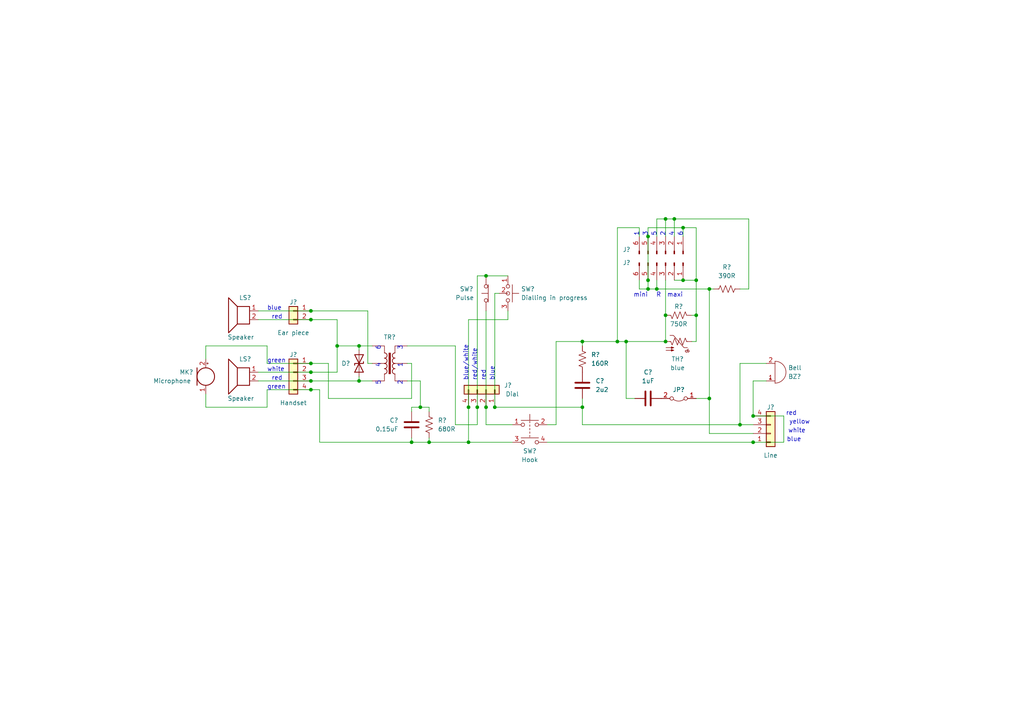
<source format=kicad_sch>
(kicad_sch (version 20211123) (generator eeschema)

  (uuid 9538e4ed-27e6-4c37-b989-9859dc0d49e8)

  (paper "A4")

  (lib_symbols
    (symbol "Connector:Conn_01x06_Male" (pin_names (offset 1.016) hide) (in_bom yes) (on_board yes)
      (property "Reference" "J" (id 0) (at 0 7.62 0)
        (effects (font (size 1.27 1.27)))
      )
      (property "Value" "Conn_01x06_Male" (id 1) (at 0 -10.16 0)
        (effects (font (size 1.27 1.27)))
      )
      (property "Footprint" "" (id 2) (at 0 0 0)
        (effects (font (size 1.27 1.27)) hide)
      )
      (property "Datasheet" "~" (id 3) (at 0 0 0)
        (effects (font (size 1.27 1.27)) hide)
      )
      (property "ki_keywords" "connector" (id 4) (at 0 0 0)
        (effects (font (size 1.27 1.27)) hide)
      )
      (property "ki_description" "Generic connector, single row, 01x06, script generated (kicad-library-utils/schlib/autogen/connector/)" (id 5) (at 0 0 0)
        (effects (font (size 1.27 1.27)) hide)
      )
      (property "ki_fp_filters" "Connector*:*_1x??_*" (id 6) (at 0 0 0)
        (effects (font (size 1.27 1.27)) hide)
      )
      (symbol "Conn_01x06_Male_1_1"
        (polyline
          (pts
            (xy 1.27 -7.62)
            (xy 0.8636 -7.62)
          )
          (stroke (width 0.1524) (type default) (color 0 0 0 0))
          (fill (type none))
        )
        (polyline
          (pts
            (xy 1.27 -5.08)
            (xy 0.8636 -5.08)
          )
          (stroke (width 0.1524) (type default) (color 0 0 0 0))
          (fill (type none))
        )
        (polyline
          (pts
            (xy 1.27 -2.54)
            (xy 0.8636 -2.54)
          )
          (stroke (width 0.1524) (type default) (color 0 0 0 0))
          (fill (type none))
        )
        (polyline
          (pts
            (xy 1.27 0)
            (xy 0.8636 0)
          )
          (stroke (width 0.1524) (type default) (color 0 0 0 0))
          (fill (type none))
        )
        (polyline
          (pts
            (xy 1.27 2.54)
            (xy 0.8636 2.54)
          )
          (stroke (width 0.1524) (type default) (color 0 0 0 0))
          (fill (type none))
        )
        (polyline
          (pts
            (xy 1.27 5.08)
            (xy 0.8636 5.08)
          )
          (stroke (width 0.1524) (type default) (color 0 0 0 0))
          (fill (type none))
        )
        (rectangle (start 0.8636 -7.493) (end 0 -7.747)
          (stroke (width 0.1524) (type default) (color 0 0 0 0))
          (fill (type outline))
        )
        (rectangle (start 0.8636 -4.953) (end 0 -5.207)
          (stroke (width 0.1524) (type default) (color 0 0 0 0))
          (fill (type outline))
        )
        (rectangle (start 0.8636 -2.413) (end 0 -2.667)
          (stroke (width 0.1524) (type default) (color 0 0 0 0))
          (fill (type outline))
        )
        (rectangle (start 0.8636 0.127) (end 0 -0.127)
          (stroke (width 0.1524) (type default) (color 0 0 0 0))
          (fill (type outline))
        )
        (rectangle (start 0.8636 2.667) (end 0 2.413)
          (stroke (width 0.1524) (type default) (color 0 0 0 0))
          (fill (type outline))
        )
        (rectangle (start 0.8636 5.207) (end 0 4.953)
          (stroke (width 0.1524) (type default) (color 0 0 0 0))
          (fill (type outline))
        )
        (pin passive line (at 5.08 5.08 180) (length 3.81)
          (name "Pin_1" (effects (font (size 1.27 1.27))))
          (number "1" (effects (font (size 1.27 1.27))))
        )
        (pin passive line (at 5.08 2.54 180) (length 3.81)
          (name "Pin_2" (effects (font (size 1.27 1.27))))
          (number "2" (effects (font (size 1.27 1.27))))
        )
        (pin passive line (at 5.08 0 180) (length 3.81)
          (name "Pin_3" (effects (font (size 1.27 1.27))))
          (number "3" (effects (font (size 1.27 1.27))))
        )
        (pin passive line (at 5.08 -2.54 180) (length 3.81)
          (name "Pin_4" (effects (font (size 1.27 1.27))))
          (number "4" (effects (font (size 1.27 1.27))))
        )
        (pin passive line (at 5.08 -5.08 180) (length 3.81)
          (name "Pin_5" (effects (font (size 1.27 1.27))))
          (number "5" (effects (font (size 1.27 1.27))))
        )
        (pin passive line (at 5.08 -7.62 180) (length 3.81)
          (name "Pin_6" (effects (font (size 1.27 1.27))))
          (number "6" (effects (font (size 1.27 1.27))))
        )
      )
    )
    (symbol "Connector_Generic:Conn_01x02" (pin_names (offset 1.016) hide) (in_bom yes) (on_board yes)
      (property "Reference" "J" (id 0) (at 0 2.54 0)
        (effects (font (size 1.27 1.27)))
      )
      (property "Value" "Conn_01x02" (id 1) (at 0 -5.08 0)
        (effects (font (size 1.27 1.27)))
      )
      (property "Footprint" "" (id 2) (at 0 0 0)
        (effects (font (size 1.27 1.27)) hide)
      )
      (property "Datasheet" "~" (id 3) (at 0 0 0)
        (effects (font (size 1.27 1.27)) hide)
      )
      (property "ki_keywords" "connector" (id 4) (at 0 0 0)
        (effects (font (size 1.27 1.27)) hide)
      )
      (property "ki_description" "Generic connector, single row, 01x02, script generated (kicad-library-utils/schlib/autogen/connector/)" (id 5) (at 0 0 0)
        (effects (font (size 1.27 1.27)) hide)
      )
      (property "ki_fp_filters" "Connector*:*_1x??_*" (id 6) (at 0 0 0)
        (effects (font (size 1.27 1.27)) hide)
      )
      (symbol "Conn_01x02_1_1"
        (rectangle (start -1.27 -2.413) (end 0 -2.667)
          (stroke (width 0.1524) (type default) (color 0 0 0 0))
          (fill (type none))
        )
        (rectangle (start -1.27 0.127) (end 0 -0.127)
          (stroke (width 0.1524) (type default) (color 0 0 0 0))
          (fill (type none))
        )
        (rectangle (start -1.27 1.27) (end 1.27 -3.81)
          (stroke (width 0.254) (type default) (color 0 0 0 0))
          (fill (type background))
        )
        (pin passive line (at -5.08 0 0) (length 3.81)
          (name "Pin_1" (effects (font (size 1.27 1.27))))
          (number "1" (effects (font (size 1.27 1.27))))
        )
        (pin passive line (at -5.08 -2.54 0) (length 3.81)
          (name "Pin_2" (effects (font (size 1.27 1.27))))
          (number "2" (effects (font (size 1.27 1.27))))
        )
      )
    )
    (symbol "Connector_Generic:Conn_01x04" (pin_names (offset 1.016) hide) (in_bom yes) (on_board yes)
      (property "Reference" "J" (id 0) (at 0 5.08 0)
        (effects (font (size 1.27 1.27)))
      )
      (property "Value" "Conn_01x04" (id 1) (at 0 -7.62 0)
        (effects (font (size 1.27 1.27)))
      )
      (property "Footprint" "" (id 2) (at 0 0 0)
        (effects (font (size 1.27 1.27)) hide)
      )
      (property "Datasheet" "~" (id 3) (at 0 0 0)
        (effects (font (size 1.27 1.27)) hide)
      )
      (property "ki_keywords" "connector" (id 4) (at 0 0 0)
        (effects (font (size 1.27 1.27)) hide)
      )
      (property "ki_description" "Generic connector, single row, 01x04, script generated (kicad-library-utils/schlib/autogen/connector/)" (id 5) (at 0 0 0)
        (effects (font (size 1.27 1.27)) hide)
      )
      (property "ki_fp_filters" "Connector*:*_1x??_*" (id 6) (at 0 0 0)
        (effects (font (size 1.27 1.27)) hide)
      )
      (symbol "Conn_01x04_1_1"
        (rectangle (start -1.27 -4.953) (end 0 -5.207)
          (stroke (width 0.1524) (type default) (color 0 0 0 0))
          (fill (type none))
        )
        (rectangle (start -1.27 -2.413) (end 0 -2.667)
          (stroke (width 0.1524) (type default) (color 0 0 0 0))
          (fill (type none))
        )
        (rectangle (start -1.27 0.127) (end 0 -0.127)
          (stroke (width 0.1524) (type default) (color 0 0 0 0))
          (fill (type none))
        )
        (rectangle (start -1.27 2.667) (end 0 2.413)
          (stroke (width 0.1524) (type default) (color 0 0 0 0))
          (fill (type none))
        )
        (rectangle (start -1.27 3.81) (end 1.27 -6.35)
          (stroke (width 0.254) (type default) (color 0 0 0 0))
          (fill (type background))
        )
        (pin passive line (at -5.08 2.54 0) (length 3.81)
          (name "Pin_1" (effects (font (size 1.27 1.27))))
          (number "1" (effects (font (size 1.27 1.27))))
        )
        (pin passive line (at -5.08 0 0) (length 3.81)
          (name "Pin_2" (effects (font (size 1.27 1.27))))
          (number "2" (effects (font (size 1.27 1.27))))
        )
        (pin passive line (at -5.08 -2.54 0) (length 3.81)
          (name "Pin_3" (effects (font (size 1.27 1.27))))
          (number "3" (effects (font (size 1.27 1.27))))
        )
        (pin passive line (at -5.08 -5.08 0) (length 3.81)
          (name "Pin_4" (effects (font (size 1.27 1.27))))
          (number "4" (effects (font (size 1.27 1.27))))
        )
      )
    )
    (symbol "Device:Buzzer" (pin_names (offset 0.0254) hide) (in_bom yes) (on_board yes)
      (property "Reference" "BZ" (id 0) (at 3.81 1.27 0)
        (effects (font (size 1.27 1.27)) (justify left))
      )
      (property "Value" "Buzzer" (id 1) (at 3.81 -1.27 0)
        (effects (font (size 1.27 1.27)) (justify left))
      )
      (property "Footprint" "" (id 2) (at -0.635 2.54 90)
        (effects (font (size 1.27 1.27)) hide)
      )
      (property "Datasheet" "~" (id 3) (at -0.635 2.54 90)
        (effects (font (size 1.27 1.27)) hide)
      )
      (property "ki_keywords" "quartz resonator ceramic" (id 4) (at 0 0 0)
        (effects (font (size 1.27 1.27)) hide)
      )
      (property "ki_description" "Buzzer, polarized" (id 5) (at 0 0 0)
        (effects (font (size 1.27 1.27)) hide)
      )
      (property "ki_fp_filters" "*Buzzer*" (id 6) (at 0 0 0)
        (effects (font (size 1.27 1.27)) hide)
      )
      (symbol "Buzzer_0_1"
        (arc (start 0 -3.175) (mid 3.175 0) (end 0 3.175)
          (stroke (width 0) (type default) (color 0 0 0 0))
          (fill (type none))
        )
        (polyline
          (pts
            (xy -1.651 1.905)
            (xy -1.143 1.905)
          )
          (stroke (width 0) (type default) (color 0 0 0 0))
          (fill (type none))
        )
        (polyline
          (pts
            (xy -1.397 2.159)
            (xy -1.397 1.651)
          )
          (stroke (width 0) (type default) (color 0 0 0 0))
          (fill (type none))
        )
        (polyline
          (pts
            (xy 0 3.175)
            (xy 0 -3.175)
          )
          (stroke (width 0) (type default) (color 0 0 0 0))
          (fill (type none))
        )
      )
      (symbol "Buzzer_1_1"
        (pin passive line (at -2.54 2.54 0) (length 2.54)
          (name "-" (effects (font (size 1.27 1.27))))
          (number "1" (effects (font (size 1.27 1.27))))
        )
        (pin passive line (at -2.54 -2.54 0) (length 2.54)
          (name "+" (effects (font (size 1.27 1.27))))
          (number "2" (effects (font (size 1.27 1.27))))
        )
      )
    )
    (symbol "Device:C" (pin_numbers hide) (pin_names (offset 0.254)) (in_bom yes) (on_board yes)
      (property "Reference" "C" (id 0) (at 0.635 2.54 0)
        (effects (font (size 1.27 1.27)) (justify left))
      )
      (property "Value" "C" (id 1) (at 0.635 -2.54 0)
        (effects (font (size 1.27 1.27)) (justify left))
      )
      (property "Footprint" "" (id 2) (at 0.9652 -3.81 0)
        (effects (font (size 1.27 1.27)) hide)
      )
      (property "Datasheet" "~" (id 3) (at 0 0 0)
        (effects (font (size 1.27 1.27)) hide)
      )
      (property "ki_keywords" "cap capacitor" (id 4) (at 0 0 0)
        (effects (font (size 1.27 1.27)) hide)
      )
      (property "ki_description" "Unpolarized capacitor" (id 5) (at 0 0 0)
        (effects (font (size 1.27 1.27)) hide)
      )
      (property "ki_fp_filters" "C_*" (id 6) (at 0 0 0)
        (effects (font (size 1.27 1.27)) hide)
      )
      (symbol "C_0_1"
        (polyline
          (pts
            (xy -2.032 -0.762)
            (xy 2.032 -0.762)
          )
          (stroke (width 0.508) (type default) (color 0 0 0 0))
          (fill (type none))
        )
        (polyline
          (pts
            (xy -2.032 0.762)
            (xy 2.032 0.762)
          )
          (stroke (width 0.508) (type default) (color 0 0 0 0))
          (fill (type none))
        )
      )
      (symbol "C_1_1"
        (pin passive line (at 0 3.81 270) (length 2.794)
          (name "~" (effects (font (size 1.27 1.27))))
          (number "1" (effects (font (size 1.27 1.27))))
        )
        (pin passive line (at 0 -3.81 90) (length 2.794)
          (name "~" (effects (font (size 1.27 1.27))))
          (number "2" (effects (font (size 1.27 1.27))))
        )
      )
    )
    (symbol "Device:Microphone" (pin_names (offset 0.0254) hide) (in_bom yes) (on_board yes)
      (property "Reference" "MK" (id 0) (at -3.81 1.27 0)
        (effects (font (size 1.27 1.27)) (justify right))
      )
      (property "Value" "Microphone" (id 1) (at -3.81 -0.635 0)
        (effects (font (size 1.27 1.27)) (justify right))
      )
      (property "Footprint" "" (id 2) (at 0 2.54 90)
        (effects (font (size 1.27 1.27)) hide)
      )
      (property "Datasheet" "~" (id 3) (at 0 2.54 90)
        (effects (font (size 1.27 1.27)) hide)
      )
      (property "ki_keywords" "microphone" (id 4) (at 0 0 0)
        (effects (font (size 1.27 1.27)) hide)
      )
      (property "ki_description" "Microphone" (id 5) (at 0 0 0)
        (effects (font (size 1.27 1.27)) hide)
      )
      (symbol "Microphone_0_1"
        (polyline
          (pts
            (xy -2.54 2.54)
            (xy -2.54 -2.54)
          )
          (stroke (width 0.254) (type default) (color 0 0 0 0))
          (fill (type none))
        )
        (polyline
          (pts
            (xy 0.254 3.81)
            (xy 0.762 3.81)
          )
          (stroke (width 0) (type default) (color 0 0 0 0))
          (fill (type none))
        )
        (polyline
          (pts
            (xy 0.508 4.064)
            (xy 0.508 3.556)
          )
          (stroke (width 0) (type default) (color 0 0 0 0))
          (fill (type none))
        )
        (circle (center 0 0) (radius 2.54)
          (stroke (width 0.254) (type default) (color 0 0 0 0))
          (fill (type none))
        )
      )
      (symbol "Microphone_1_1"
        (pin passive line (at 0 -5.08 90) (length 2.54)
          (name "-" (effects (font (size 1.27 1.27))))
          (number "1" (effects (font (size 1.27 1.27))))
        )
        (pin passive line (at 0 5.08 270) (length 2.54)
          (name "+" (effects (font (size 1.27 1.27))))
          (number "2" (effects (font (size 1.27 1.27))))
        )
      )
    )
    (symbol "Device:R_US" (pin_numbers hide) (pin_names (offset 0)) (in_bom yes) (on_board yes)
      (property "Reference" "R" (id 0) (at 2.54 0 90)
        (effects (font (size 1.27 1.27)))
      )
      (property "Value" "R_US" (id 1) (at -2.54 0 90)
        (effects (font (size 1.27 1.27)))
      )
      (property "Footprint" "" (id 2) (at 1.016 -0.254 90)
        (effects (font (size 1.27 1.27)) hide)
      )
      (property "Datasheet" "~" (id 3) (at 0 0 0)
        (effects (font (size 1.27 1.27)) hide)
      )
      (property "ki_keywords" "R res resistor" (id 4) (at 0 0 0)
        (effects (font (size 1.27 1.27)) hide)
      )
      (property "ki_description" "Resistor, US symbol" (id 5) (at 0 0 0)
        (effects (font (size 1.27 1.27)) hide)
      )
      (property "ki_fp_filters" "R_*" (id 6) (at 0 0 0)
        (effects (font (size 1.27 1.27)) hide)
      )
      (symbol "R_US_0_1"
        (polyline
          (pts
            (xy 0 -2.286)
            (xy 0 -2.54)
          )
          (stroke (width 0) (type default) (color 0 0 0 0))
          (fill (type none))
        )
        (polyline
          (pts
            (xy 0 2.286)
            (xy 0 2.54)
          )
          (stroke (width 0) (type default) (color 0 0 0 0))
          (fill (type none))
        )
        (polyline
          (pts
            (xy 0 -0.762)
            (xy 1.016 -1.143)
            (xy 0 -1.524)
            (xy -1.016 -1.905)
            (xy 0 -2.286)
          )
          (stroke (width 0) (type default) (color 0 0 0 0))
          (fill (type none))
        )
        (polyline
          (pts
            (xy 0 0.762)
            (xy 1.016 0.381)
            (xy 0 0)
            (xy -1.016 -0.381)
            (xy 0 -0.762)
          )
          (stroke (width 0) (type default) (color 0 0 0 0))
          (fill (type none))
        )
        (polyline
          (pts
            (xy 0 2.286)
            (xy 1.016 1.905)
            (xy 0 1.524)
            (xy -1.016 1.143)
            (xy 0 0.762)
          )
          (stroke (width 0) (type default) (color 0 0 0 0))
          (fill (type none))
        )
      )
      (symbol "R_US_1_1"
        (pin passive line (at 0 3.81 270) (length 1.27)
          (name "~" (effects (font (size 1.27 1.27))))
          (number "1" (effects (font (size 1.27 1.27))))
        )
        (pin passive line (at 0 -3.81 90) (length 1.27)
          (name "~" (effects (font (size 1.27 1.27))))
          (number "2" (effects (font (size 1.27 1.27))))
        )
      )
    )
    (symbol "Device:Speaker" (pin_names (offset 0) hide) (in_bom yes) (on_board yes)
      (property "Reference" "LS" (id 0) (at 1.27 5.715 0)
        (effects (font (size 1.27 1.27)) (justify right))
      )
      (property "Value" "Speaker" (id 1) (at 1.27 3.81 0)
        (effects (font (size 1.27 1.27)) (justify right))
      )
      (property "Footprint" "" (id 2) (at 0 -5.08 0)
        (effects (font (size 1.27 1.27)) hide)
      )
      (property "Datasheet" "~" (id 3) (at -0.254 -1.27 0)
        (effects (font (size 1.27 1.27)) hide)
      )
      (property "ki_keywords" "speaker sound" (id 4) (at 0 0 0)
        (effects (font (size 1.27 1.27)) hide)
      )
      (property "ki_description" "Speaker" (id 5) (at 0 0 0)
        (effects (font (size 1.27 1.27)) hide)
      )
      (symbol "Speaker_0_0"
        (rectangle (start -2.54 1.27) (end 1.016 -3.81)
          (stroke (width 0.254) (type default) (color 0 0 0 0))
          (fill (type none))
        )
        (polyline
          (pts
            (xy 1.016 1.27)
            (xy 3.556 3.81)
            (xy 3.556 -6.35)
            (xy 1.016 -3.81)
          )
          (stroke (width 0.254) (type default) (color 0 0 0 0))
          (fill (type none))
        )
      )
      (symbol "Speaker_1_1"
        (pin input line (at -5.08 0 0) (length 2.54)
          (name "1" (effects (font (size 1.27 1.27))))
          (number "1" (effects (font (size 1.27 1.27))))
        )
        (pin input line (at -5.08 -2.54 0) (length 2.54)
          (name "2" (effects (font (size 1.27 1.27))))
          (number "2" (effects (font (size 1.27 1.27))))
        )
      )
    )
    (symbol "Device:Thermistor_PTC_US" (pin_numbers hide) (pin_names (offset 0)) (in_bom yes) (on_board yes)
      (property "Reference" "TH" (id 0) (at -4.064 0 90)
        (effects (font (size 1.27 1.27)))
      )
      (property "Value" "Thermistor_PTC_US" (id 1) (at 3.048 0 90)
        (effects (font (size 1.27 1.27)))
      )
      (property "Footprint" "" (id 2) (at 1.27 -5.08 0)
        (effects (font (size 1.27 1.27)) (justify left) hide)
      )
      (property "Datasheet" "~" (id 3) (at 0 0 0)
        (effects (font (size 1.27 1.27)) hide)
      )
      (property "ki_keywords" "resistor PTC thermistor sensor RTD" (id 4) (at 0 0 0)
        (effects (font (size 1.27 1.27)) hide)
      )
      (property "ki_description" "Temperature dependent resistor, positive temperature coefficient, US symbol" (id 5) (at 0 0 0)
        (effects (font (size 1.27 1.27)) hide)
      )
      (property "ki_fp_filters" "*PTC* *Thermistor* PIN?ARRAY* bornier* *Terminal?Block* R_*" (id 6) (at 0 0 0)
        (effects (font (size 1.27 1.27)) hide)
      )
      (symbol "Thermistor_PTC_US_0_1"
        (arc (start -3.048 2.159) (mid -3.0505 2.3165) (end -3.175 2.413)
          (stroke (width 0) (type default) (color 0 0 0 0))
          (fill (type none))
        )
        (arc (start -3.048 2.159) (mid -2.9736 1.9794) (end -2.794 1.905)
          (stroke (width 0) (type default) (color 0 0 0 0))
          (fill (type none))
        )
        (arc (start -3.048 2.794) (mid -2.9736 2.6144) (end -2.794 2.54)
          (stroke (width 0) (type default) (color 0 0 0 0))
          (fill (type none))
        )
        (arc (start -2.794 1.905) (mid -2.6144 1.9794) (end -2.54 2.159)
          (stroke (width 0) (type default) (color 0 0 0 0))
          (fill (type none))
        )
        (arc (start -2.794 2.54) (mid -2.434 2.5608) (end -2.159 2.794)
          (stroke (width 0) (type default) (color 0 0 0 0))
          (fill (type none))
        )
        (arc (start -2.794 3.048) (mid -2.9736 2.9736) (end -3.048 2.794)
          (stroke (width 0) (type default) (color 0 0 0 0))
          (fill (type none))
        )
        (arc (start -2.54 2.794) (mid -2.6144 2.9736) (end -2.794 3.048)
          (stroke (width 0) (type default) (color 0 0 0 0))
          (fill (type none))
        )
        (polyline
          (pts
            (xy -2.54 2.159)
            (xy -2.54 2.794)
          )
          (stroke (width 0) (type default) (color 0 0 0 0))
          (fill (type none))
        )
        (polyline
          (pts
            (xy 0 -2.286)
            (xy 0 -2.54)
          )
          (stroke (width 0) (type default) (color 0 0 0 0))
          (fill (type none))
        )
        (polyline
          (pts
            (xy 0 2.286)
            (xy 0 2.54)
          )
          (stroke (width 0) (type default) (color 0 0 0 0))
          (fill (type none))
        )
        (polyline
          (pts
            (xy -1.778 2.54)
            (xy -1.778 1.524)
            (xy 1.778 -1.524)
            (xy 1.778 -2.54)
          )
          (stroke (width 0) (type default) (color 0 0 0 0))
          (fill (type none))
        )
        (polyline
          (pts
            (xy 0 -0.762)
            (xy 1.016 -1.143)
            (xy 0 -1.524)
            (xy -1.016 -1.905)
            (xy 0 -2.286)
          )
          (stroke (width 0) (type default) (color 0 0 0 0))
          (fill (type none))
        )
        (polyline
          (pts
            (xy 0 0.762)
            (xy 1.016 0.381)
            (xy 0 0)
            (xy -1.016 -0.381)
            (xy 0 -0.762)
          )
          (stroke (width 0) (type default) (color 0 0 0 0))
          (fill (type none))
        )
        (polyline
          (pts
            (xy 0 2.286)
            (xy 1.016 1.905)
            (xy 0 1.524)
            (xy -1.016 1.143)
            (xy 0 0.762)
          )
          (stroke (width 0) (type default) (color 0 0 0 0))
          (fill (type none))
        )
        (polyline
          (pts
            (xy -2.54 -3.683)
            (xy -2.54 -1.397)
            (xy -2.794 -2.159)
            (xy -2.286 -2.159)
            (xy -2.54 -1.397)
            (xy -2.54 -1.651)
          )
          (stroke (width 0) (type default) (color 0 0 0 0))
          (fill (type outline))
        )
        (polyline
          (pts
            (xy -1.778 -3.683)
            (xy -1.778 -1.397)
            (xy -2.032 -2.159)
            (xy -1.524 -2.159)
            (xy -1.778 -1.397)
            (xy -1.778 -1.651)
          )
          (stroke (width 0) (type default) (color 0 0 0 0))
          (fill (type outline))
        )
      )
      (symbol "Thermistor_PTC_US_1_1"
        (pin passive line (at 0 3.81 270) (length 1.27)
          (name "~" (effects (font (size 1.27 1.27))))
          (number "1" (effects (font (size 1.27 1.27))))
        )
        (pin passive line (at 0 -3.81 90) (length 1.27)
          (name "~" (effects (font (size 1.27 1.27))))
          (number "2" (effects (font (size 1.27 1.27))))
        )
      )
    )
    (symbol "Diode:1N630xCA" (pin_numbers hide) (pin_names (offset 1.016) hide) (in_bom yes) (on_board yes)
      (property "Reference" "D" (id 0) (at 0 2.54 0)
        (effects (font (size 1.27 1.27)))
      )
      (property "Value" "1N630xCA" (id 1) (at 0 -2.54 0)
        (effects (font (size 1.27 1.27)))
      )
      (property "Footprint" "Diode_THT:D_DO-201AE_P15.24mm_Horizontal" (id 2) (at 0 -5.08 0)
        (effects (font (size 1.27 1.27)) hide)
      )
      (property "Datasheet" "https://www.vishay.com/docs/88301/15ke.pdf" (id 3) (at 0 0 0)
        (effects (font (size 1.27 1.27)) hide)
      )
      (property "ki_keywords" "diode TVS voltage suppressor" (id 4) (at 0 0 0)
        (effects (font (size 1.27 1.27)) hide)
      )
      (property "ki_description" "1500W bidirectional TRANSZORB® Transient Voltage Suppressor, DO-201AE" (id 5) (at 0 0 0)
        (effects (font (size 1.27 1.27)) hide)
      )
      (property "ki_fp_filters" "D?DO?201AE*" (id 6) (at 0 0 0)
        (effects (font (size 1.27 1.27)) hide)
      )
      (symbol "1N630xCA_0_1"
        (polyline
          (pts
            (xy 1.27 0)
            (xy -1.27 0)
          )
          (stroke (width 0) (type default) (color 0 0 0 0))
          (fill (type none))
        )
        (polyline
          (pts
            (xy -2.54 -1.27)
            (xy 0 0)
            (xy -2.54 1.27)
            (xy -2.54 -1.27)
          )
          (stroke (width 0.254) (type default) (color 0 0 0 0))
          (fill (type none))
        )
        (polyline
          (pts
            (xy 0.508 1.27)
            (xy 0 1.27)
            (xy 0 -1.27)
            (xy -0.508 -1.27)
          )
          (stroke (width 0.254) (type default) (color 0 0 0 0))
          (fill (type none))
        )
        (polyline
          (pts
            (xy 2.54 1.27)
            (xy 2.54 -1.27)
            (xy 0 0)
            (xy 2.54 1.27)
          )
          (stroke (width 0.254) (type default) (color 0 0 0 0))
          (fill (type none))
        )
      )
      (symbol "1N630xCA_1_1"
        (pin passive line (at -3.81 0 0) (length 2.54)
          (name "A1" (effects (font (size 1.27 1.27))))
          (number "1" (effects (font (size 1.27 1.27))))
        )
        (pin passive line (at 3.81 0 180) (length 2.54)
          (name "A2" (effects (font (size 1.27 1.27))))
          (number "2" (effects (font (size 1.27 1.27))))
        )
      )
    )
    (symbol "Jumper:Jumper_2_Bridged" (pin_names (offset 0) hide) (in_bom yes) (on_board yes)
      (property "Reference" "JP" (id 0) (at 0 1.905 0)
        (effects (font (size 1.27 1.27)))
      )
      (property "Value" "Jumper_2_Bridged" (id 1) (at 0 -2.54 0)
        (effects (font (size 1.27 1.27)))
      )
      (property "Footprint" "" (id 2) (at 0 0 0)
        (effects (font (size 1.27 1.27)) hide)
      )
      (property "Datasheet" "~" (id 3) (at 0 0 0)
        (effects (font (size 1.27 1.27)) hide)
      )
      (property "ki_keywords" "Jumper SPST" (id 4) (at 0 0 0)
        (effects (font (size 1.27 1.27)) hide)
      )
      (property "ki_description" "Jumper, 2-pole, closed/bridged" (id 5) (at 0 0 0)
        (effects (font (size 1.27 1.27)) hide)
      )
      (property "ki_fp_filters" "Jumper* TestPoint*2Pads* TestPoint*Bridge*" (id 6) (at 0 0 0)
        (effects (font (size 1.27 1.27)) hide)
      )
      (symbol "Jumper_2_Bridged_0_0"
        (circle (center -2.032 0) (radius 0.508)
          (stroke (width 0) (type default) (color 0 0 0 0))
          (fill (type none))
        )
        (circle (center 2.032 0) (radius 0.508)
          (stroke (width 0) (type default) (color 0 0 0 0))
          (fill (type none))
        )
      )
      (symbol "Jumper_2_Bridged_0_1"
        (arc (start 1.524 0.254) (mid 0 0.762) (end -1.524 0.254)
          (stroke (width 0) (type default) (color 0 0 0 0))
          (fill (type none))
        )
      )
      (symbol "Jumper_2_Bridged_1_1"
        (pin passive line (at -5.08 0 0) (length 2.54)
          (name "A" (effects (font (size 1.27 1.27))))
          (number "1" (effects (font (size 1.27 1.27))))
        )
        (pin passive line (at 5.08 0 180) (length 2.54)
          (name "B" (effects (font (size 1.27 1.27))))
          (number "2" (effects (font (size 1.27 1.27))))
        )
      )
    )
    (symbol "Switch:SW_Push_Dual" (pin_names (offset 1.016) hide) (in_bom yes) (on_board yes)
      (property "Reference" "SW" (id 0) (at 1.27 2.54 0)
        (effects (font (size 1.27 1.27)) (justify left))
      )
      (property "Value" "SW_Push_Dual" (id 1) (at 0 -6.858 0)
        (effects (font (size 1.27 1.27)))
      )
      (property "Footprint" "" (id 2) (at 0 5.08 0)
        (effects (font (size 1.27 1.27)) hide)
      )
      (property "Datasheet" "~" (id 3) (at 0 5.08 0)
        (effects (font (size 1.27 1.27)) hide)
      )
      (property "ki_keywords" "switch normally-open pushbutton push-button" (id 4) (at 0 0 0)
        (effects (font (size 1.27 1.27)) hide)
      )
      (property "ki_description" "Push button switch, generic, symbol, four pins" (id 5) (at 0 0 0)
        (effects (font (size 1.27 1.27)) hide)
      )
      (symbol "SW_Push_Dual_0_1"
        (circle (center -2.032 -5.08) (radius 0.508)
          (stroke (width 0) (type default) (color 0 0 0 0))
          (fill (type none))
        )
        (circle (center -2.032 0) (radius 0.508)
          (stroke (width 0) (type default) (color 0 0 0 0))
          (fill (type none))
        )
        (polyline
          (pts
            (xy 0 -3.048)
            (xy 0 -3.556)
          )
          (stroke (width 0) (type default) (color 0 0 0 0))
          (fill (type none))
        )
        (polyline
          (pts
            (xy 0 -2.032)
            (xy 0 -2.54)
          )
          (stroke (width 0) (type default) (color 0 0 0 0))
          (fill (type none))
        )
        (polyline
          (pts
            (xy 0 -1.524)
            (xy 0 -1.016)
          )
          (stroke (width 0) (type default) (color 0 0 0 0))
          (fill (type none))
        )
        (polyline
          (pts
            (xy 0 -0.508)
            (xy 0 0)
          )
          (stroke (width 0) (type default) (color 0 0 0 0))
          (fill (type none))
        )
        (polyline
          (pts
            (xy 0 0.508)
            (xy 0 1.016)
          )
          (stroke (width 0) (type default) (color 0 0 0 0))
          (fill (type none))
        )
        (polyline
          (pts
            (xy 0 1.27)
            (xy 0 3.048)
          )
          (stroke (width 0) (type default) (color 0 0 0 0))
          (fill (type none))
        )
        (polyline
          (pts
            (xy 2.54 -3.81)
            (xy -2.54 -3.81)
          )
          (stroke (width 0) (type default) (color 0 0 0 0))
          (fill (type none))
        )
        (polyline
          (pts
            (xy 2.54 1.27)
            (xy -2.54 1.27)
          )
          (stroke (width 0) (type default) (color 0 0 0 0))
          (fill (type none))
        )
        (circle (center 2.032 -5.08) (radius 0.508)
          (stroke (width 0) (type default) (color 0 0 0 0))
          (fill (type none))
        )
        (circle (center 2.032 0) (radius 0.508)
          (stroke (width 0) (type default) (color 0 0 0 0))
          (fill (type none))
        )
        (pin passive line (at -5.08 0 0) (length 2.54)
          (name "1" (effects (font (size 1.27 1.27))))
          (number "1" (effects (font (size 1.27 1.27))))
        )
        (pin passive line (at 5.08 0 180) (length 2.54)
          (name "2" (effects (font (size 1.27 1.27))))
          (number "2" (effects (font (size 1.27 1.27))))
        )
        (pin passive line (at -5.08 -5.08 0) (length 2.54)
          (name "3" (effects (font (size 1.27 1.27))))
          (number "3" (effects (font (size 1.27 1.27))))
        )
        (pin passive line (at 5.08 -5.08 180) (length 2.54)
          (name "4" (effects (font (size 1.27 1.27))))
          (number "4" (effects (font (size 1.27 1.27))))
        )
      )
    )
    (symbol "Switch:SW_Push_Open" (pin_numbers hide) (pin_names (offset 1.016) hide) (in_bom yes) (on_board yes)
      (property "Reference" "SW" (id 0) (at 0 2.54 0)
        (effects (font (size 1.27 1.27)))
      )
      (property "Value" "SW_Push_Open" (id 1) (at 0 -1.905 0)
        (effects (font (size 1.27 1.27)))
      )
      (property "Footprint" "" (id 2) (at 0 5.08 0)
        (effects (font (size 1.27 1.27)) hide)
      )
      (property "Datasheet" "~" (id 3) (at 0 5.08 0)
        (effects (font (size 1.27 1.27)) hide)
      )
      (property "ki_keywords" "switch normally-closed pushbutton push-button" (id 4) (at 0 0 0)
        (effects (font (size 1.27 1.27)) hide)
      )
      (property "ki_description" "Push button switch, push-to-open, generic, two pins" (id 5) (at 0 0 0)
        (effects (font (size 1.27 1.27)) hide)
      )
      (symbol "SW_Push_Open_0_1"
        (circle (center -2.032 0) (radius 0.508)
          (stroke (width 0) (type default) (color 0 0 0 0))
          (fill (type none))
        )
        (polyline
          (pts
            (xy -2.54 -0.635)
            (xy 2.54 -0.635)
          )
          (stroke (width 0) (type default) (color 0 0 0 0))
          (fill (type none))
        )
        (polyline
          (pts
            (xy 0 -0.635)
            (xy 0 1.27)
          )
          (stroke (width 0) (type default) (color 0 0 0 0))
          (fill (type none))
        )
        (circle (center 2.032 0) (radius 0.508)
          (stroke (width 0) (type default) (color 0 0 0 0))
          (fill (type none))
        )
        (pin passive line (at -5.08 0 0) (length 2.54)
          (name "A" (effects (font (size 1.27 1.27))))
          (number "1" (effects (font (size 1.27 1.27))))
        )
      )
      (symbol "SW_Push_Open_1_1"
        (pin passive line (at 5.08 0 180) (length 2.54)
          (name "B" (effects (font (size 1.27 1.27))))
          (number "2" (effects (font (size 1.27 1.27))))
        )
      )
    )
    (symbol "Transformer:TRANSF5" (pin_numbers hide) (pin_names (offset 0)) (in_bom yes) (on_board yes)
      (property "Reference" "TR" (id 0) (at 0 6.35 0)
        (effects (font (size 1.27 1.27)))
      )
      (property "Value" "TRANSF5" (id 1) (at 0 -6.35 0)
        (effects (font (size 1.27 1.27)))
      )
      (property "Footprint" "" (id 2) (at 0 0 0)
        (effects (font (size 1.27 1.27)) hide)
      )
      (property "Datasheet" "" (id 3) (at 0 0 0)
        (effects (font (size 1.27 1.27)) hide)
      )
      (symbol "TRANSF5_0_1"
        (arc (start -1.524 -3.048) (mid -0.762 -2.286) (end -1.524 -1.524)
          (stroke (width 0.2032) (type default) (color 0 0 0 0))
          (fill (type none))
        )
        (arc (start -1.524 -1.524) (mid -0.762 -0.762) (end -1.524 0)
          (stroke (width 0.2032) (type default) (color 0 0 0 0))
          (fill (type none))
        )
        (arc (start -1.524 0) (mid -0.762 0.762) (end -1.524 1.524)
          (stroke (width 0.2032) (type default) (color 0 0 0 0))
          (fill (type none))
        )
        (arc (start -1.524 1.524) (mid -0.762 2.286) (end -1.524 3.048)
          (stroke (width 0.2032) (type default) (color 0 0 0 0))
          (fill (type none))
        )
        (rectangle (start -0.254 3.048) (end 0.254 -3.048)
          (stroke (width 0.0254) (type default) (color 0 0 0 0))
          (fill (type outline))
        )
        (polyline
          (pts
            (xy -1.524 0)
            (xy -2.54 0)
            (xy -2.54 0)
          )
          (stroke (width 0) (type default) (color 0 0 0 0))
          (fill (type outline))
        )
        (polyline
          (pts
            (xy 1.524 0)
            (xy 2.54 0)
            (xy 2.54 0)
          )
          (stroke (width 0) (type default) (color 0 0 0 0))
          (fill (type outline))
        )
        (polyline
          (pts
            (xy -2.54 5.08)
            (xy -1.524 5.08)
            (xy -1.524 3.048)
            (xy -1.524 3.048)
          )
          (stroke (width 0.1524) (type default) (color 0 0 0 0))
          (fill (type none))
        )
        (polyline
          (pts
            (xy -1.524 -3.048)
            (xy -1.524 -5.08)
            (xy -2.54 -5.08)
            (xy -2.54 -5.08)
          )
          (stroke (width 0.1524) (type default) (color 0 0 0 0))
          (fill (type none))
        )
        (polyline
          (pts
            (xy 1.524 3.048)
            (xy 1.524 5.08)
            (xy 2.54 5.08)
            (xy 2.54 5.08)
          )
          (stroke (width 0.1524) (type default) (color 0 0 0 0))
          (fill (type none))
        )
        (polyline
          (pts
            (xy 2.54 -5.08)
            (xy 1.524 -5.08)
            (xy 1.524 -3.048)
            (xy 1.524 -3.048)
          )
          (stroke (width 0.1524) (type default) (color 0 0 0 0))
          (fill (type none))
        )
        (arc (start 1.524 -1.524) (mid 0.762 -2.286) (end 1.524 -3.048)
          (stroke (width 0.2032) (type default) (color 0 0 0 0))
          (fill (type none))
        )
        (arc (start 1.524 0) (mid 0.762 -0.762) (end 1.524 -1.524)
          (stroke (width 0.2032) (type default) (color 0 0 0 0))
          (fill (type none))
        )
        (arc (start 1.524 1.524) (mid 0.762 0.762) (end 1.524 0)
          (stroke (width 0.2032) (type default) (color 0 0 0 0))
          (fill (type none))
        )
        (arc (start 1.524 3.048) (mid 0.762 2.286) (end 1.524 1.524)
          (stroke (width 0.2032) (type default) (color 0 0 0 0))
          (fill (type none))
        )
      )
      (symbol "TRANSF5_1_1"
        (pin passive line (at -5.08 5.08 0) (length 2.54)
          (name "~" (effects (font (size 1.27 1.27))))
          (number "1" (effects (font (size 1.27 1.27))))
        )
        (pin passive line (at -5.08 0 0) (length 2.54)
          (name "~" (effects (font (size 1.27 1.27))))
          (number "2" (effects (font (size 1.27 1.27))))
        )
        (pin passive line (at -5.08 -5.08 0) (length 2.54)
          (name "~" (effects (font (size 1.27 1.27))))
          (number "3" (effects (font (size 1.27 1.27))))
        )
        (pin passive line (at 5.08 -5.08 180) (length 2.54)
          (name "~" (effects (font (size 1.27 1.27))))
          (number "4" (effects (font (size 1.27 1.27))))
        )
        (pin passive line (at 5.08 0 180) (length 2.54)
          (name "~" (effects (font (size 1.27 1.27))))
          (number "5" (effects (font (size 1.27 1.27))))
        )
        (pin passive line (at 5.08 5.08 180) (length 2.54)
          (name "~" (effects (font (size 1.27 1.27))))
          (number "6" (effects (font (size 1.27 1.27))))
        )
      )
    )
    (symbol "cpv:switch_push_close_triple" (in_bom yes) (on_board yes)
      (property "Reference" "SW" (id 0) (at 0 2.54 0)
        (effects (font (size 1.27 1.27)))
      )
      (property "Value" "switch_push_close_triple" (id 1) (at 0 1.27 0)
        (effects (font (size 1.27 1.27)))
      )
      (property "Footprint" "" (id 2) (at 0 0 0)
        (effects (font (size 1.27 1.27)) hide)
      )
      (property "Datasheet" "" (id 3) (at 0 0 0)
        (effects (font (size 1.27 1.27)) hide)
      )
      (symbol "switch_push_close_triple_0_1"
        (circle (center -2.032 -3.81) (radius 0.508)
          (stroke (width 0) (type default) (color 0 0 0 0))
          (fill (type none))
        )
        (circle (center 0 -3.81) (radius 0.508)
          (stroke (width 0) (type default) (color 0 0 0 0))
          (fill (type none))
        )
        (polyline
          (pts
            (xy -2.54 -2.54)
            (xy 2.54 -2.54)
          )
          (stroke (width 0) (type default) (color 0 0 0 0))
          (fill (type none))
        )
        (polyline
          (pts
            (xy 0 -2.54)
            (xy 0 -0.635)
          )
          (stroke (width 0) (type default) (color 0 0 0 0))
          (fill (type none))
        )
        (circle (center 2.032 -3.81) (radius 0.508)
          (stroke (width 0) (type default) (color 0 0 0 0))
          (fill (type none))
        )
        (pin passive line (at -5.08 -3.81 0) (length 2.54)
          (name "" (effects (font (size 1.27 1.27))))
          (number "1" (effects (font (size 1.27 1.27))))
        )
        (pin passive line (at 0 -6.35 90) (length 2.54)
          (name "" (effects (font (size 1.27 1.27))))
          (number "2" (effects (font (size 1.27 1.27))))
        )
      )
      (symbol "switch_push_close_triple_1_1"
        (pin passive line (at 5.08 -3.81 180) (length 2.54)
          (name "" (effects (font (size 1.27 1.27))))
          (number "3" (effects (font (size 1.27 1.27))))
        )
      )
    )
  )

  (junction (at 195.58 63.5) (diameter 0) (color 0 0 0 0)
    (uuid 079b5f2d-e206-41ca-b82a-d5605710d3fe)
  )
  (junction (at 90.17 105.41) (diameter 0) (color 0 0 0 0)
    (uuid 092c85e2-e880-4e93-851a-bef5ed7d4bbb)
  )
  (junction (at 193.04 91.44) (diameter 0) (color 0 0 0 0)
    (uuid 12353acb-cf08-48b1-87ee-75c710670c72)
  )
  (junction (at 140.97 118.11) (diameter 0) (color 0 0 0 0)
    (uuid 167be123-2c59-4062-adc3-48d16869f8d5)
  )
  (junction (at 135.89 118.11) (diameter 0) (color 0 0 0 0)
    (uuid 19cff83b-87bb-428c-a647-3d04122e28c6)
  )
  (junction (at 138.43 118.11) (diameter 0) (color 0 0 0 0)
    (uuid 20dc4e79-0826-4185-ab16-306c72f0dbf4)
  )
  (junction (at 181.61 99.06) (diameter 0) (color 0 0 0 0)
    (uuid 2285baa9-3a8b-4574-9d3b-f54132efd082)
  )
  (junction (at 179.07 99.06) (diameter 0) (color 0 0 0 0)
    (uuid 247d5a4f-a153-4693-8028-cc8cda903c5a)
  )
  (junction (at 90.17 110.49) (diameter 0) (color 0 0 0 0)
    (uuid 3bc124d7-f8fe-46e4-bade-3eb6c8f4abd7)
  )
  (junction (at 193.04 99.06) (diameter 0) (color 0 0 0 0)
    (uuid 3d0b9bf1-9cd4-4117-b6cb-8f264c455a62)
  )
  (junction (at 140.97 80.01) (diameter 0) (color 0 0 0 0)
    (uuid 44321575-ee2c-4699-8ae5-144aeed33381)
  )
  (junction (at 187.96 81.28) (diameter 0) (color 0 0 0 0)
    (uuid 5894fb97-ddc1-49e9-8622-8de44da0b5a9)
  )
  (junction (at 104.14 110.49) (diameter 0) (color 0 0 0 0)
    (uuid 5df3ac75-5ab8-480c-9a5b-de21f9f85104)
  )
  (junction (at 198.12 81.28) (diameter 0) (color 0 0 0 0)
    (uuid 64c4d4c0-dfdc-437f-a0a9-69648d627de7)
  )
  (junction (at 218.44 120.65) (diameter 0) (color 0 0 0 0)
    (uuid 6ebfe5b4-7a55-45d9-9084-c75d4cfb233e)
  )
  (junction (at 90.17 92.71) (diameter 0) (color 0 0 0 0)
    (uuid 6f5d037a-8100-454e-a4be-9324a5d1489e)
  )
  (junction (at 124.46 128.27) (diameter 0) (color 0 0 0 0)
    (uuid 76cae1b5-a024-4bde-989b-5ff609e0e526)
  )
  (junction (at 90.17 90.17) (diameter 0) (color 0 0 0 0)
    (uuid 7d5c4ff0-07de-4bef-a205-71c6f4a41004)
  )
  (junction (at 205.74 83.82) (diameter 0) (color 0 0 0 0)
    (uuid 80479ae4-7a43-485e-8ea8-7b749bd24ac3)
  )
  (junction (at 143.51 118.11) (diameter 0) (color 0 0 0 0)
    (uuid 8dcf766e-3cc2-4d1d-9cc9-8830dad16fb4)
  )
  (junction (at 201.93 91.44) (diameter 0) (color 0 0 0 0)
    (uuid 8e2a5660-7317-46fe-bb48-7f374e67cf12)
  )
  (junction (at 198.12 66.04) (diameter 0) (color 0 0 0 0)
    (uuid 90a535e6-1d41-4c21-b8c6-c6b012728490)
  )
  (junction (at 104.14 100.33) (diameter 0) (color 0 0 0 0)
    (uuid 90cec321-4c1d-4458-9d33-0f5c71ef6b0a)
  )
  (junction (at 218.44 128.27) (diameter 0) (color 0 0 0 0)
    (uuid 9f599f92-bf91-4ca0-b8d7-546a2d68fa8c)
  )
  (junction (at 97.79 100.33) (diameter 0) (color 0 0 0 0)
    (uuid a2665331-e06a-4948-bd7c-e3a6a5a1b03a)
  )
  (junction (at 193.04 63.5) (diameter 0) (color 0 0 0 0)
    (uuid a7708b89-613f-4f36-b3fc-95f809398e8c)
  )
  (junction (at 90.17 107.95) (diameter 0) (color 0 0 0 0)
    (uuid aae19ede-3d38-46ec-83f3-9ee7717d98b6)
  )
  (junction (at 119.38 128.27) (diameter 0) (color 0 0 0 0)
    (uuid ac08134c-9304-45f5-bf11-042cbfd76c0c)
  )
  (junction (at 187.96 83.82) (diameter 0) (color 0 0 0 0)
    (uuid ae9dfd38-1a66-4e6c-a512-5f1bffbf9b45)
  )
  (junction (at 168.91 99.06) (diameter 0) (color 0 0 0 0)
    (uuid b78e9637-540c-4191-94a2-387af45a1e59)
  )
  (junction (at 168.91 118.11) (diameter 0) (color 0 0 0 0)
    (uuid bd0aaf03-f759-4bac-b98e-067b23d478ed)
  )
  (junction (at 135.89 128.27) (diameter 0) (color 0 0 0 0)
    (uuid c8a98fcf-3d8e-4fad-b09a-2aa3b3148c67)
  )
  (junction (at 205.74 115.57) (diameter 0) (color 0 0 0 0)
    (uuid c97e0365-47bd-4406-995c-38734ff65775)
  )
  (junction (at 187.96 68.58) (diameter 0) (color 0 0 0 0)
    (uuid cae5a427-67ab-4d14-aee0-d3f6ee5193a8)
  )
  (junction (at 121.92 118.11) (diameter 0) (color 0 0 0 0)
    (uuid cc41ca77-a74b-426b-b1c7-3245c8ddbdff)
  )
  (junction (at 90.17 113.03) (diameter 0) (color 0 0 0 0)
    (uuid cd206659-fd43-4467-8ecd-3f9207594af1)
  )
  (junction (at 190.5 83.82) (diameter 0) (color 0 0 0 0)
    (uuid cdf6a34e-95c6-4d78-b097-59a4e9e00c97)
  )
  (junction (at 214.63 123.19) (diameter 0) (color 0 0 0 0)
    (uuid ec84f74b-ac50-4283-a8d1-d8affc0e7e90)
  )
  (junction (at 201.93 81.28) (diameter 0) (color 0 0 0 0)
    (uuid ed2a245e-cafb-4b39-be65-12b959e97650)
  )

  (wire (pts (xy 138.43 123.19) (xy 132.08 123.19))
    (stroke (width 0) (type default) (color 0 0 0 0))
    (uuid 0072cb63-c59e-47ea-a9e3-a3fb4b2ec60f)
  )
  (wire (pts (xy 193.04 68.58) (xy 193.04 63.5))
    (stroke (width 0) (type default) (color 0 0 0 0))
    (uuid 02a97349-f18a-4eb1-bd65-21dc3158dd55)
  )
  (wire (pts (xy 77.47 100.33) (xy 77.47 105.41))
    (stroke (width 0) (type default) (color 0 0 0 0))
    (uuid 031ae5b7-c1f1-4a52-b98d-58f0e0f4613a)
  )
  (wire (pts (xy 161.29 99.06) (xy 168.91 99.06))
    (stroke (width 0) (type default) (color 0 0 0 0))
    (uuid 0445ab9f-fca1-4f53-8650-2368822b543a)
  )
  (wire (pts (xy 195.58 63.5) (xy 217.17 63.5))
    (stroke (width 0) (type default) (color 0 0 0 0))
    (uuid 051a4f6b-7832-4b4a-9f1c-36ae03a99586)
  )
  (wire (pts (xy 198.12 68.58) (xy 198.12 66.04))
    (stroke (width 0) (type default) (color 0 0 0 0))
    (uuid 0a580081-e2d0-46ab-b533-b53bf6bf4910)
  )
  (wire (pts (xy 140.97 118.11) (xy 140.97 123.19))
    (stroke (width 0) (type default) (color 0 0 0 0))
    (uuid 0e42a59c-39cc-4896-ae77-dda0ff7841f6)
  )
  (wire (pts (xy 179.07 99.06) (xy 179.07 66.04))
    (stroke (width 0) (type default) (color 0 0 0 0))
    (uuid 1532e8cb-5290-4cc6-b811-0e56486747b2)
  )
  (wire (pts (xy 205.74 83.82) (xy 205.74 115.57))
    (stroke (width 0) (type default) (color 0 0 0 0))
    (uuid 1534775e-a052-4ce9-92ca-6b5c421014fa)
  )
  (wire (pts (xy 201.93 99.06) (xy 201.93 91.44))
    (stroke (width 0) (type default) (color 0 0 0 0))
    (uuid 170c6dd0-f9dc-48e8-9381-f30f3a87013a)
  )
  (wire (pts (xy 195.58 81.28) (xy 198.12 81.28))
    (stroke (width 0) (type default) (color 0 0 0 0))
    (uuid 17c757ba-98b3-413c-bb1b-354c1db312d6)
  )
  (wire (pts (xy 124.46 118.11) (xy 124.46 119.38))
    (stroke (width 0) (type default) (color 0 0 0 0))
    (uuid 1c294de7-d256-46ef-a4dc-0299996984ed)
  )
  (wire (pts (xy 143.51 85.09) (xy 143.51 118.11))
    (stroke (width 0) (type default) (color 0 0 0 0))
    (uuid 1da73623-6478-47f4-a53e-ef990a4c1f4b)
  )
  (wire (pts (xy 119.38 128.27) (xy 124.46 128.27))
    (stroke (width 0) (type default) (color 0 0 0 0))
    (uuid 1f7b7b8b-5d0c-4668-ba88-71e58f0e93e5)
  )
  (wire (pts (xy 74.93 92.71) (xy 90.17 92.71))
    (stroke (width 0) (type default) (color 0 0 0 0))
    (uuid 2551847d-7be3-4cc3-88b3-4047fe6e190d)
  )
  (wire (pts (xy 121.92 110.49) (xy 121.92 118.11))
    (stroke (width 0) (type default) (color 0 0 0 0))
    (uuid 25b3c794-a0a6-4c06-8c14-b34a995290f8)
  )
  (wire (pts (xy 106.68 90.17) (xy 106.68 105.41))
    (stroke (width 0) (type default) (color 0 0 0 0))
    (uuid 2651f813-ba9f-49ac-8ab9-d6e652b5fa2e)
  )
  (wire (pts (xy 95.25 105.41) (xy 90.17 105.41))
    (stroke (width 0) (type default) (color 0 0 0 0))
    (uuid 29b0982b-d251-47db-bdab-5ba5a03ab655)
  )
  (wire (pts (xy 218.44 128.27) (xy 227.33 128.27))
    (stroke (width 0) (type default) (color 0 0 0 0))
    (uuid 29e43ce3-85fa-4010-a4e0-d2754960da94)
  )
  (wire (pts (xy 185.42 81.28) (xy 185.42 83.82))
    (stroke (width 0) (type default) (color 0 0 0 0))
    (uuid 29ef1099-fb94-4c64-90f3-e92461350e92)
  )
  (wire (pts (xy 161.29 123.19) (xy 158.75 123.19))
    (stroke (width 0) (type default) (color 0 0 0 0))
    (uuid 2a54f256-5607-41a1-9e0e-7b2df68bb402)
  )
  (wire (pts (xy 77.47 105.41) (xy 90.17 105.41))
    (stroke (width 0) (type default) (color 0 0 0 0))
    (uuid 2d6ce1c9-872c-4c9e-b413-7de2ea28195e)
  )
  (wire (pts (xy 104.14 101.6) (xy 104.14 100.33))
    (stroke (width 0) (type default) (color 0 0 0 0))
    (uuid 3045c097-74da-4971-9a40-9180da074e57)
  )
  (wire (pts (xy 185.42 68.58) (xy 185.42 66.04))
    (stroke (width 0) (type default) (color 0 0 0 0))
    (uuid 317a1dac-e6f6-478a-a896-836be7bcbd3e)
  )
  (wire (pts (xy 135.89 92.71) (xy 135.89 118.11))
    (stroke (width 0) (type default) (color 0 0 0 0))
    (uuid 32d18cfc-2a3c-4c82-bc7b-3f3b73a330a7)
  )
  (wire (pts (xy 201.93 81.28) (xy 201.93 66.04))
    (stroke (width 0) (type default) (color 0 0 0 0))
    (uuid 33467cb7-8a5a-443c-a6c3-443685bff38c)
  )
  (wire (pts (xy 59.69 104.14) (xy 59.69 100.33))
    (stroke (width 0) (type default) (color 0 0 0 0))
    (uuid 3390d9c8-cec9-491e-bf8c-705f227594b6)
  )
  (wire (pts (xy 190.5 63.5) (xy 193.04 63.5))
    (stroke (width 0) (type default) (color 0 0 0 0))
    (uuid 34ff3c9f-6797-49ee-b341-73a1ab80bddc)
  )
  (wire (pts (xy 104.14 100.33) (xy 107.95 100.33))
    (stroke (width 0) (type default) (color 0 0 0 0))
    (uuid 3667731d-085a-4286-bf93-efac8c5e108a)
  )
  (wire (pts (xy 124.46 128.27) (xy 135.89 128.27))
    (stroke (width 0) (type default) (color 0 0 0 0))
    (uuid 36d86338-5245-4fce-a77d-39b4b2942f4f)
  )
  (wire (pts (xy 205.74 115.57) (xy 205.74 125.73))
    (stroke (width 0) (type default) (color 0 0 0 0))
    (uuid 36fcf245-0053-40f6-82b7-1c2c47f84829)
  )
  (wire (pts (xy 201.93 66.04) (xy 198.12 66.04))
    (stroke (width 0) (type default) (color 0 0 0 0))
    (uuid 37f42e1e-9f51-45a9-88fd-4dea017ca4ad)
  )
  (wire (pts (xy 195.58 68.58) (xy 195.58 63.5))
    (stroke (width 0) (type default) (color 0 0 0 0))
    (uuid 39a1797f-f0e4-46ef-8e7c-14ad12c8b001)
  )
  (wire (pts (xy 97.79 100.33) (xy 97.79 107.95))
    (stroke (width 0) (type default) (color 0 0 0 0))
    (uuid 3b42e957-1cec-448f-b6ee-ebd84194d93c)
  )
  (wire (pts (xy 161.29 99.06) (xy 161.29 123.19))
    (stroke (width 0) (type default) (color 0 0 0 0))
    (uuid 3db1263a-22a4-44e2-a91b-167a4ca2ec07)
  )
  (wire (pts (xy 201.93 91.44) (xy 200.66 91.44))
    (stroke (width 0) (type default) (color 0 0 0 0))
    (uuid 3f6082ad-9ed7-4154-b314-791b19044c0a)
  )
  (wire (pts (xy 214.63 105.41) (xy 214.63 123.19))
    (stroke (width 0) (type default) (color 0 0 0 0))
    (uuid 405f9952-2807-4d1e-ac19-4b07ef93f692)
  )
  (wire (pts (xy 74.93 90.17) (xy 90.17 90.17))
    (stroke (width 0) (type default) (color 0 0 0 0))
    (uuid 41378bfe-c88c-43ee-aad3-98b6a04838fb)
  )
  (wire (pts (xy 158.75 128.27) (xy 218.44 128.27))
    (stroke (width 0) (type default) (color 0 0 0 0))
    (uuid 42da10ab-8428-488a-83c8-b16127fab436)
  )
  (wire (pts (xy 190.5 68.58) (xy 190.5 63.5))
    (stroke (width 0) (type default) (color 0 0 0 0))
    (uuid 438f874a-33a8-4b54-b927-22494e2a60c3)
  )
  (wire (pts (xy 181.61 99.06) (xy 193.04 99.06))
    (stroke (width 0) (type default) (color 0 0 0 0))
    (uuid 468d9678-22ef-498c-9036-c37075317c81)
  )
  (wire (pts (xy 185.42 83.82) (xy 187.96 83.82))
    (stroke (width 0) (type default) (color 0 0 0 0))
    (uuid 46ba4921-56ba-412d-9e90-fcfc59aaf5e3)
  )
  (wire (pts (xy 222.25 105.41) (xy 214.63 105.41))
    (stroke (width 0) (type default) (color 0 0 0 0))
    (uuid 480e27f5-8b52-4dd5-b405-03a8d0d2c65e)
  )
  (wire (pts (xy 168.91 115.57) (xy 168.91 118.11))
    (stroke (width 0) (type default) (color 0 0 0 0))
    (uuid 48a054ef-9d6b-483c-bd71-5093ceb02665)
  )
  (wire (pts (xy 59.69 118.11) (xy 77.47 118.11))
    (stroke (width 0) (type default) (color 0 0 0 0))
    (uuid 4b6a3d24-00e7-4ab4-9bb0-82820e82000b)
  )
  (wire (pts (xy 181.61 99.06) (xy 179.07 99.06))
    (stroke (width 0) (type default) (color 0 0 0 0))
    (uuid 4b94bce9-f12c-4482-b1ac-51bb6b0b7b33)
  )
  (wire (pts (xy 218.44 125.73) (xy 205.74 125.73))
    (stroke (width 0) (type default) (color 0 0 0 0))
    (uuid 4ccb5fb4-d10d-4c7a-8ded-12dd875cceff)
  )
  (wire (pts (xy 90.17 90.17) (xy 106.68 90.17))
    (stroke (width 0) (type default) (color 0 0 0 0))
    (uuid 4d2425ec-bbbf-4593-863c-ca595e28b3ce)
  )
  (wire (pts (xy 90.17 92.71) (xy 97.79 92.71))
    (stroke (width 0) (type default) (color 0 0 0 0))
    (uuid 4d8cf891-6a89-4bdf-9f07-927b5077d4f6)
  )
  (wire (pts (xy 74.93 110.49) (xy 90.17 110.49))
    (stroke (width 0) (type default) (color 0 0 0 0))
    (uuid 4f2b5d81-6533-40ed-bc14-f1fb506827a1)
  )
  (wire (pts (xy 187.96 68.58) (xy 187.96 81.28))
    (stroke (width 0) (type default) (color 0 0 0 0))
    (uuid 55e12643-bc23-4c0c-a7f4-758b0cd92d42)
  )
  (wire (pts (xy 168.91 123.19) (xy 214.63 123.19))
    (stroke (width 0) (type default) (color 0 0 0 0))
    (uuid 56be466c-159e-40a2-b534-8bd7a45c80ff)
  )
  (wire (pts (xy 218.44 120.65) (xy 227.33 120.65))
    (stroke (width 0) (type default) (color 0 0 0 0))
    (uuid 5bdcee63-7d0c-4f8e-81ff-efb213e6fd86)
  )
  (wire (pts (xy 59.69 114.3) (xy 59.69 118.11))
    (stroke (width 0) (type default) (color 0 0 0 0))
    (uuid 5c6130bb-8a33-41df-ab05-1dfe722ab991)
  )
  (wire (pts (xy 190.5 83.82) (xy 190.5 81.28))
    (stroke (width 0) (type default) (color 0 0 0 0))
    (uuid 5dfc3183-bcbc-4c62-8b8f-9ecfc21738b4)
  )
  (wire (pts (xy 187.96 83.82) (xy 187.96 81.28))
    (stroke (width 0) (type default) (color 0 0 0 0))
    (uuid 5f418407-2237-440a-97e9-aa69e2f08c2c)
  )
  (wire (pts (xy 119.38 119.38) (xy 119.38 118.11))
    (stroke (width 0) (type default) (color 0 0 0 0))
    (uuid 5f57c978-f75d-47d2-ac7e-343d3aeadf72)
  )
  (wire (pts (xy 140.97 123.19) (xy 148.59 123.19))
    (stroke (width 0) (type default) (color 0 0 0 0))
    (uuid 613b45e8-9737-457f-8518-cd47ab4649b8)
  )
  (wire (pts (xy 185.42 66.04) (xy 179.07 66.04))
    (stroke (width 0) (type default) (color 0 0 0 0))
    (uuid 64401db9-e8e0-4eeb-bdad-9d44cf75ef37)
  )
  (wire (pts (xy 201.93 99.06) (xy 200.66 99.06))
    (stroke (width 0) (type default) (color 0 0 0 0))
    (uuid 6735efb9-cd23-45f8-a3c7-319522de5d32)
  )
  (wire (pts (xy 119.38 115.57) (xy 95.25 115.57))
    (stroke (width 0) (type default) (color 0 0 0 0))
    (uuid 6fd8d62b-9acc-4fe8-ba1d-6cfbe99c98be)
  )
  (wire (pts (xy 97.79 92.71) (xy 97.79 100.33))
    (stroke (width 0) (type default) (color 0 0 0 0))
    (uuid 7045cdd9-fa07-490e-9524-0f486b8ec83d)
  )
  (wire (pts (xy 190.5 83.82) (xy 205.74 83.82))
    (stroke (width 0) (type default) (color 0 0 0 0))
    (uuid 75879cb9-9790-4bce-99e7-ed33d3120d49)
  )
  (wire (pts (xy 59.69 100.33) (xy 77.47 100.33))
    (stroke (width 0) (type default) (color 0 0 0 0))
    (uuid 77660809-a85a-4366-a366-1a3c8d3a77e5)
  )
  (wire (pts (xy 90.17 107.95) (xy 97.79 107.95))
    (stroke (width 0) (type default) (color 0 0 0 0))
    (uuid 783e84b8-3a52-4158-9784-f3a27602979f)
  )
  (wire (pts (xy 147.32 90.17) (xy 147.32 92.71))
    (stroke (width 0) (type default) (color 0 0 0 0))
    (uuid 78b0e075-13f0-463d-9fd3-df7b27b340a3)
  )
  (wire (pts (xy 214.63 123.19) (xy 218.44 123.19))
    (stroke (width 0) (type default) (color 0 0 0 0))
    (uuid 7a4db4df-d8e1-4d8b-bd99-44efecbb3843)
  )
  (wire (pts (xy 90.17 113.03) (xy 92.71 113.03))
    (stroke (width 0) (type default) (color 0 0 0 0))
    (uuid 80eb8af9-dc6e-46d2-8c69-494e982858f8)
  )
  (wire (pts (xy 144.78 85.09) (xy 143.51 85.09))
    (stroke (width 0) (type default) (color 0 0 0 0))
    (uuid 80ee8bb8-75c1-419e-a490-94a488ed41fb)
  )
  (wire (pts (xy 168.91 99.06) (xy 179.07 99.06))
    (stroke (width 0) (type default) (color 0 0 0 0))
    (uuid 83464b01-cc48-41f4-9327-8c7dcded6e21)
  )
  (wire (pts (xy 92.71 128.27) (xy 119.38 128.27))
    (stroke (width 0) (type default) (color 0 0 0 0))
    (uuid 8458b63b-e9ae-4fe3-94f7-cd03c40c18d8)
  )
  (wire (pts (xy 187.96 66.04) (xy 187.96 68.58))
    (stroke (width 0) (type default) (color 0 0 0 0))
    (uuid 8899e3ea-5a77-4dca-a020-8600f9c07d7c)
  )
  (wire (pts (xy 168.91 123.19) (xy 168.91 118.11))
    (stroke (width 0) (type default) (color 0 0 0 0))
    (uuid 9159c1cd-ed96-41a0-aad4-7a9b6f112ba5)
  )
  (wire (pts (xy 118.11 105.41) (xy 119.38 105.41))
    (stroke (width 0) (type default) (color 0 0 0 0))
    (uuid 932c0a6e-4ad6-422c-a2b5-564f2565e94a)
  )
  (wire (pts (xy 138.43 123.19) (xy 138.43 118.11))
    (stroke (width 0) (type default) (color 0 0 0 0))
    (uuid 93818aee-86b0-41b7-a611-2fe8e92fc194)
  )
  (wire (pts (xy 205.74 115.57) (xy 201.93 115.57))
    (stroke (width 0) (type default) (color 0 0 0 0))
    (uuid 95659532-83dd-4c96-bb43-dd24ec3051a3)
  )
  (wire (pts (xy 187.96 83.82) (xy 190.5 83.82))
    (stroke (width 0) (type default) (color 0 0 0 0))
    (uuid 9744e8ed-e4a2-4352-abd9-affb956dda69)
  )
  (wire (pts (xy 227.33 120.65) (xy 227.33 128.27))
    (stroke (width 0) (type default) (color 0 0 0 0))
    (uuid 98803121-9fd0-499b-8c03-416959a038f8)
  )
  (wire (pts (xy 193.04 91.44) (xy 193.04 81.28))
    (stroke (width 0) (type default) (color 0 0 0 0))
    (uuid 9a653404-5165-4cbe-a847-f064aefc7c1b)
  )
  (wire (pts (xy 198.12 66.04) (xy 187.96 66.04))
    (stroke (width 0) (type default) (color 0 0 0 0))
    (uuid 9db24195-50ba-4227-b0b6-d5e4285a59f1)
  )
  (wire (pts (xy 104.14 110.49) (xy 107.95 110.49))
    (stroke (width 0) (type default) (color 0 0 0 0))
    (uuid 9f37d258-1b8b-4799-969b-53d36c003782)
  )
  (wire (pts (xy 135.89 128.27) (xy 148.59 128.27))
    (stroke (width 0) (type default) (color 0 0 0 0))
    (uuid 9f525753-8201-438d-9e60-bfe72ca01cba)
  )
  (wire (pts (xy 132.08 123.19) (xy 132.08 100.33))
    (stroke (width 0) (type default) (color 0 0 0 0))
    (uuid a2cb5455-0ea5-4379-91f2-2ee9785d1603)
  )
  (wire (pts (xy 118.11 100.33) (xy 132.08 100.33))
    (stroke (width 0) (type default) (color 0 0 0 0))
    (uuid a38774fb-671c-4e60-91c7-7748655a3139)
  )
  (wire (pts (xy 147.32 92.71) (xy 135.89 92.71))
    (stroke (width 0) (type default) (color 0 0 0 0))
    (uuid a476b586-932a-414c-948c-88c313b8f39f)
  )
  (wire (pts (xy 104.14 109.22) (xy 104.14 110.49))
    (stroke (width 0) (type default) (color 0 0 0 0))
    (uuid a5dd78c9-0322-41a5-9b53-1eee7f96c3d2)
  )
  (wire (pts (xy 193.04 63.5) (xy 195.58 63.5))
    (stroke (width 0) (type default) (color 0 0 0 0))
    (uuid aa16870e-ed3b-4d28-b416-757f77673a2e)
  )
  (wire (pts (xy 124.46 128.27) (xy 124.46 127))
    (stroke (width 0) (type default) (color 0 0 0 0))
    (uuid aa4605db-b0ca-4985-8b51-a122d8e3e18e)
  )
  (wire (pts (xy 118.11 110.49) (xy 121.92 110.49))
    (stroke (width 0) (type default) (color 0 0 0 0))
    (uuid aaa56910-155f-46fb-a8b0-decb0b3a476a)
  )
  (wire (pts (xy 193.04 99.06) (xy 193.04 91.44))
    (stroke (width 0) (type default) (color 0 0 0 0))
    (uuid af565d3d-90a4-422c-b93f-a1ebc14a3bc2)
  )
  (wire (pts (xy 198.12 81.28) (xy 201.93 81.28))
    (stroke (width 0) (type default) (color 0 0 0 0))
    (uuid af988139-e4a2-4a79-8faf-c94d50a2ed3a)
  )
  (wire (pts (xy 217.17 83.82) (xy 214.63 83.82))
    (stroke (width 0) (type default) (color 0 0 0 0))
    (uuid b3e9e854-64a5-40eb-8d0b-0d1424b3b0e6)
  )
  (wire (pts (xy 181.61 115.57) (xy 184.15 115.57))
    (stroke (width 0) (type default) (color 0 0 0 0))
    (uuid b48df128-bc17-4447-9fb1-b13f3cd17f8c)
  )
  (wire (pts (xy 74.93 107.95) (xy 90.17 107.95))
    (stroke (width 0) (type default) (color 0 0 0 0))
    (uuid b49581f4-5a04-46f5-b51c-9717e868cbbb)
  )
  (wire (pts (xy 92.71 113.03) (xy 92.71 128.27))
    (stroke (width 0) (type default) (color 0 0 0 0))
    (uuid b5480223-4660-4e5a-be8c-ea2bd23fa35a)
  )
  (wire (pts (xy 90.17 110.49) (xy 104.14 110.49))
    (stroke (width 0) (type default) (color 0 0 0 0))
    (uuid b9225c39-f8a9-4a58-b793-3f2103fd5919)
  )
  (wire (pts (xy 218.44 110.49) (xy 218.44 120.65))
    (stroke (width 0) (type default) (color 0 0 0 0))
    (uuid be2ab784-3054-4924-953e-222733ce43d9)
  )
  (wire (pts (xy 147.32 80.01) (xy 140.97 80.01))
    (stroke (width 0) (type default) (color 0 0 0 0))
    (uuid c2a6c232-9768-490e-85d9-129e5070b4ce)
  )
  (wire (pts (xy 168.91 100.33) (xy 168.91 99.06))
    (stroke (width 0) (type default) (color 0 0 0 0))
    (uuid c33bd0b0-2cc0-4380-9a09-b51bb721c296)
  )
  (wire (pts (xy 140.97 80.01) (xy 138.43 80.01))
    (stroke (width 0) (type default) (color 0 0 0 0))
    (uuid c42686bb-e472-483b-9a0f-8297650072c5)
  )
  (wire (pts (xy 143.51 118.11) (xy 168.91 118.11))
    (stroke (width 0) (type default) (color 0 0 0 0))
    (uuid c461b340-9d51-4b75-acc9-f638f3fc4c76)
  )
  (wire (pts (xy 222.25 110.49) (xy 218.44 110.49))
    (stroke (width 0) (type default) (color 0 0 0 0))
    (uuid c7ed33d5-9cd4-4cc8-a93e-4a0fbbe85dd3)
  )
  (wire (pts (xy 138.43 80.01) (xy 138.43 118.11))
    (stroke (width 0) (type default) (color 0 0 0 0))
    (uuid cb856299-6f75-4779-a152-4fdc3298e045)
  )
  (wire (pts (xy 217.17 83.82) (xy 217.17 63.5))
    (stroke (width 0) (type default) (color 0 0 0 0))
    (uuid da0f20a0-b11c-4548-999b-c3e3d320995b)
  )
  (wire (pts (xy 77.47 118.11) (xy 77.47 113.03))
    (stroke (width 0) (type default) (color 0 0 0 0))
    (uuid da31bab2-2771-4543-a00d-74884aaa0ec5)
  )
  (wire (pts (xy 207.01 83.82) (xy 205.74 83.82))
    (stroke (width 0) (type default) (color 0 0 0 0))
    (uuid da4f026b-44f7-418d-a428-4666d8bee1a2)
  )
  (wire (pts (xy 201.93 91.44) (xy 201.93 81.28))
    (stroke (width 0) (type default) (color 0 0 0 0))
    (uuid df2f52ed-7cfa-4236-a2bd-365fbd18d33a)
  )
  (wire (pts (xy 119.38 105.41) (xy 119.38 115.57))
    (stroke (width 0) (type default) (color 0 0 0 0))
    (uuid e0922a01-83f5-40a3-9e91-1c0a8c9f0315)
  )
  (wire (pts (xy 119.38 118.11) (xy 121.92 118.11))
    (stroke (width 0) (type default) (color 0 0 0 0))
    (uuid e2293fa7-6fbf-4d1f-bac2-7dd36679ae45)
  )
  (wire (pts (xy 77.47 113.03) (xy 90.17 113.03))
    (stroke (width 0) (type default) (color 0 0 0 0))
    (uuid e2d7eda2-1824-4d6c-a0ad-196feb650573)
  )
  (wire (pts (xy 119.38 127) (xy 119.38 128.27))
    (stroke (width 0) (type default) (color 0 0 0 0))
    (uuid e520e282-ac33-4cbd-8e50-c6d11341721f)
  )
  (wire (pts (xy 135.89 118.11) (xy 135.89 128.27))
    (stroke (width 0) (type default) (color 0 0 0 0))
    (uuid e56e48c1-a348-4def-b021-30b7c2af0da7)
  )
  (wire (pts (xy 97.79 100.33) (xy 104.14 100.33))
    (stroke (width 0) (type default) (color 0 0 0 0))
    (uuid e60f138e-e3de-4e88-a55f-a9b7da98e4f8)
  )
  (wire (pts (xy 140.97 90.17) (xy 140.97 118.11))
    (stroke (width 0) (type default) (color 0 0 0 0))
    (uuid eb6d2ba0-c182-444f-9568-ee3762325b8f)
  )
  (wire (pts (xy 95.25 115.57) (xy 95.25 105.41))
    (stroke (width 0) (type default) (color 0 0 0 0))
    (uuid efc5f668-5522-4a62-8d1b-df187e464758)
  )
  (wire (pts (xy 181.61 115.57) (xy 181.61 99.06))
    (stroke (width 0) (type default) (color 0 0 0 0))
    (uuid f29edb1c-0858-4569-ab00-4662d5ac4f89)
  )
  (wire (pts (xy 121.92 118.11) (xy 124.46 118.11))
    (stroke (width 0) (type default) (color 0 0 0 0))
    (uuid f70ccb12-2cb0-44b6-8f9a-52b87832a2ff)
  )
  (wire (pts (xy 106.68 105.41) (xy 107.95 105.41))
    (stroke (width 0) (type default) (color 0 0 0 0))
    (uuid f9aab7af-5884-4ebf-a376-25b1a7ba610c)
  )

  (text "maxi" (at 198.12 86.36 180)
    (effects (font (size 1.27 1.27)) (justify right bottom))
    (uuid 082bc316-ea4e-4d2d-bced-3de537660636)
  )
  (text "red" (at 78.74 110.49 0)
    (effects (font (size 1.27 1.27)) (justify left bottom))
    (uuid 0b0d6de9-8025-46ed-bdc4-beabab7fb8f4)
  )
  (text "red" (at 140.97 110.49 90)
    (effects (font (size 1.27 1.27)) (justify left bottom))
    (uuid 1500bc6d-488f-4764-b153-0ba41d4698e5)
  )
  (text "6" (at 198.12 68.58 90)
    (effects (font (size 1.27 1.27)) (justify left bottom))
    (uuid 193b178d-fbd2-4296-853a-c5e34bdf9c74)
  )
  (text "green" (at 77.47 113.03 0)
    (effects (font (size 1.27 1.27)) (justify left bottom))
    (uuid 1c48d1a6-d468-41e3-836b-6bc046661e3c)
  )
  (text "blue" (at 77.47 90.17 0)
    (effects (font (size 1.27 1.27)) (justify left bottom))
    (uuid 1c5b0568-ab0d-4721-b774-51cdb438bc9c)
  )
  (text "4" (at 195.58 68.58 90)
    (effects (font (size 1.27 1.27)) (justify left bottom))
    (uuid 1f5a7755-1c23-44ae-84a6-167ca84ef47f)
  )
  (text "R" (at 191.77 86.36 180)
    (effects (font (size 1.27 1.27)) (justify right bottom))
    (uuid 28b1d39d-e4f3-4934-8209-fd2a2294b907)
  )
  (text "white" (at 233.68 125.73 180)
    (effects (font (size 1.27 1.27)) (justify right bottom))
    (uuid 32dee1ce-4c89-4b72-bb50-a94c33f02d96)
  )
  (text "white" (at 77.47 107.95 0)
    (effects (font (size 1.27 1.27)) (justify left bottom))
    (uuid 372e53aa-6792-4b84-b3a8-33026760b927)
  )
  (text "yellow" (at 234.95 123.19 180)
    (effects (font (size 1.27 1.27)) (justify right bottom))
    (uuid 46c4b603-76c8-4e7e-ac31-dc6d339b513a)
  )
  (text "6" (at 110.49 101.6 90)
    (effects (font (size 1.27 1.27)) (justify left bottom))
    (uuid 4c4699a6-0f01-422f-9392-56943398681d)
  )
  (text "3" (at 116.84 101.6 90)
    (effects (font (size 1.27 1.27)) (justify left bottom))
    (uuid 53427234-ac7b-4f28-83fa-53e97976d010)
  )
  (text "1" (at 116.84 106.68 90)
    (effects (font (size 1.27 1.27)) (justify left bottom))
    (uuid 5ea6e7f2-9904-4718-b41c-daf4d6afebec)
  )
  (text "mini" (at 187.96 86.36 180)
    (effects (font (size 1.27 1.27)) (justify right bottom))
    (uuid 7e0ac4cd-febe-4f78-bd51-449eb40797b9)
  )
  (text "red/white" (at 138.43 110.49 90)
    (effects (font (size 1.27 1.27)) (justify left bottom))
    (uuid 8d1f65e7-9d1e-4fd0-9610-34411f179160)
  )
  (text "blue" (at 232.41 128.27 180)
    (effects (font (size 1.27 1.27)) (justify right bottom))
    (uuid 8e6b63a5-2173-4c04-978a-130a4cd03c79)
  )
  (text "5" (at 190.5 68.58 90)
    (effects (font (size 1.27 1.27)) (justify left bottom))
    (uuid 9bf4854f-62bd-4bc5-8e5d-63e265be78ae)
  )
  (text "5" (at 110.49 111.76 90)
    (effects (font (size 1.27 1.27)) (justify left bottom))
    (uuid a2954765-ae24-45ce-864e-dab928c98e5e)
  )
  (text "blue" (at 143.51 110.49 90)
    (effects (font (size 1.27 1.27)) (justify left bottom))
    (uuid b52d6368-032b-450e-86e6-e4f4c87d3921)
  )
  (text "4" (at 110.49 106.68 90)
    (effects (font (size 1.27 1.27)) (justify left bottom))
    (uuid bae3c71f-7d38-4e99-bbf1-f7838affd209)
  )
  (text "green" (at 77.47 105.41 0)
    (effects (font (size 1.27 1.27)) (justify left bottom))
    (uuid d1c7dc36-dabf-4378-9572-58a3e8d90b88)
  )
  (text "red" (at 231.14 120.65 180)
    (effects (font (size 1.27 1.27)) (justify right bottom))
    (uuid dfcbdb26-634f-45eb-9110-3d01580d4eb4)
  )
  (text "2" (at 193.04 68.58 90)
    (effects (font (size 1.27 1.27)) (justify left bottom))
    (uuid e6ac84b0-4980-401a-9e8b-512002c23e00)
  )
  (text "blue/white" (at 135.89 110.49 90)
    (effects (font (size 1.27 1.27)) (justify left bottom))
    (uuid ea4ca58a-677a-4552-b240-5d655ff8941c)
  )
  (text "2" (at 116.84 111.76 90)
    (effects (font (size 1.27 1.27)) (justify left bottom))
    (uuid fa5e7b9f-f29b-4fb2-8e5b-070030ff5910)
  )
  (text "3" (at 187.96 68.58 90)
    (effects (font (size 1.27 1.27)) (justify left bottom))
    (uuid fa603635-67f4-4109-ae70-89a06bbfdd57)
  )
  (text "1" (at 185.42 68.58 90)
    (effects (font (size 1.27 1.27)) (justify left bottom))
    (uuid fae72f90-f9d1-48c9-a556-eea25b5b3f17)
  )
  (text "red" (at 78.74 92.71 0)
    (effects (font (size 1.27 1.27)) (justify left bottom))
    (uuid fe86e9b7-8a00-47c0-a732-8c15b3df8da1)
  )

  (symbol (lib_id "Connector:Conn_01x06_Male") (at 193.04 76.2 270) (unit 1)
    (in_bom yes) (on_board yes)
    (uuid 06d47415-8d74-4a4c-985b-d496df78c670)
    (property "Reference" "J?" (id 0) (at 182.88 76.2 90)
      (effects (font (size 1.27 1.27)) (justify right))
    )
    (property "Value" "Conn_01x06_Male" (id 1) (at 181.61 93.98 0)
      (effects (font (size 1.27 1.27)) (justify right) hide)
    )
    (property "Footprint" "" (id 2) (at 193.04 76.2 0)
      (effects (font (size 1.27 1.27)) hide)
    )
    (property "Datasheet" "~" (id 3) (at 193.04 76.2 0)
      (effects (font (size 1.27 1.27)) hide)
    )
    (pin "1" (uuid 873a0dc2-a88c-4daf-b75a-53b39aecb933))
    (pin "2" (uuid 57112ba3-bf85-4e31-9745-800aa3a633a8))
    (pin "3" (uuid 1398c7ea-030e-4379-abcf-80283d2e5c6e))
    (pin "4" (uuid 4265f19f-6d72-4087-b2d9-acefeb73ddba))
    (pin "5" (uuid c3b10306-ffea-4360-a540-14b7f64a3a06))
    (pin "6" (uuid 13f668c9-d418-463b-96c8-5b981db2320d))
  )

  (symbol (lib_id "Device:R_US") (at 124.46 123.19 0) (unit 1)
    (in_bom yes) (on_board yes) (fields_autoplaced)
    (uuid 12a57c35-f99a-4bd4-8fbe-e5cc2b070410)
    (property "Reference" "R?" (id 0) (at 127 121.9199 0)
      (effects (font (size 1.27 1.27)) (justify left))
    )
    (property "Value" "680R" (id 1) (at 127 124.4599 0)
      (effects (font (size 1.27 1.27)) (justify left))
    )
    (property "Footprint" "" (id 2) (at 125.476 123.444 90)
      (effects (font (size 1.27 1.27)) hide)
    )
    (property "Datasheet" "~" (id 3) (at 124.46 123.19 0)
      (effects (font (size 1.27 1.27)) hide)
    )
    (pin "1" (uuid 6aef1125-8d1a-46e8-9213-84a1607a3595))
    (pin "2" (uuid cb5ce2d0-bb2d-4aec-af83-7f3e1d6b5a8f))
  )

  (symbol (lib_id "Device:Thermistor_PTC_US") (at 196.85 99.06 270) (mirror x) (unit 1)
    (in_bom yes) (on_board yes) (fields_autoplaced)
    (uuid 1951be8d-fb0f-4d2a-9022-f9fc16cf4215)
    (property "Reference" "TH?" (id 0) (at 196.5325 104.14 90))
    (property "Value" "blue" (id 1) (at 196.5325 106.68 90))
    (property "Footprint" "" (id 2) (at 191.77 97.79 0)
      (effects (font (size 1.27 1.27)) (justify left) hide)
    )
    (property "Datasheet" "~" (id 3) (at 196.85 99.06 0)
      (effects (font (size 1.27 1.27)) hide)
    )
    (pin "1" (uuid 276c4a5c-5254-4ef0-8668-0b16329b09d6))
    (pin "2" (uuid 40e631c9-497b-4940-bd6b-ddd2595d9b01))
  )

  (symbol (lib_id "Connector_Generic:Conn_01x04") (at 85.09 107.95 0) (mirror y) (unit 1)
    (in_bom yes) (on_board yes)
    (uuid 1b023dd4-5185-4576-b544-68a05b9c360b)
    (property "Reference" "J?" (id 0) (at 85.09 102.87 0))
    (property "Value" "Handset" (id 1) (at 85.09 116.84 0))
    (property "Footprint" "" (id 2) (at 85.09 107.95 0)
      (effects (font (size 1.27 1.27)) hide)
    )
    (property "Datasheet" "~" (id 3) (at 85.09 107.95 0)
      (effects (font (size 1.27 1.27)) hide)
    )
    (pin "1" (uuid 7b766787-7689-40b8-9ef5-c0b1af45a9ae))
    (pin "2" (uuid df2a6036-7274-4398-9365-148b6ddab90d))
    (pin "3" (uuid 475ed8b3-90bf-48cd-bce5-d8f48b689541))
    (pin "4" (uuid fc83cd71-1198-4019-87a1-dc154bceead3))
  )

  (symbol (lib_id "Device:R_US") (at 196.85 91.44 270) (mirror x) (unit 1)
    (in_bom yes) (on_board yes)
    (uuid 1c7e3817-40a8-45bf-9270-51ffddd8f1ae)
    (property "Reference" "R?" (id 0) (at 196.85 88.9 90))
    (property "Value" "750R" (id 1) (at 196.85 93.98 90))
    (property "Footprint" "" (id 2) (at 196.596 90.424 90)
      (effects (font (size 1.27 1.27)) hide)
    )
    (property "Datasheet" "~" (id 3) (at 196.85 91.44 0)
      (effects (font (size 1.27 1.27)) hide)
    )
    (pin "1" (uuid 6476b4cb-dbf6-4da7-bcaa-8f780a647192))
    (pin "2" (uuid 097ee13d-ec5a-49d2-8db1-55b05e6ee254))
  )

  (symbol (lib_id "Device:Buzzer") (at 224.79 107.95 0) (mirror x) (unit 1)
    (in_bom yes) (on_board yes) (fields_autoplaced)
    (uuid 287d228b-c131-4dae-b4ee-6ba350149114)
    (property "Reference" "BZ?" (id 0) (at 228.6 109.2201 0)
      (effects (font (size 1.27 1.27)) (justify left))
    )
    (property "Value" "Bell" (id 1) (at 228.6 106.6801 0)
      (effects (font (size 1.27 1.27)) (justify left))
    )
    (property "Footprint" "" (id 2) (at 224.155 110.49 90)
      (effects (font (size 1.27 1.27)) hide)
    )
    (property "Datasheet" "~" (id 3) (at 224.155 110.49 90)
      (effects (font (size 1.27 1.27)) hide)
    )
    (pin "1" (uuid c24e0aa9-d6d7-4c7e-adfb-667fe7a9075d))
    (pin "2" (uuid 062f8c7a-6893-4742-9611-39d86dfd5137))
  )

  (symbol (lib_id "Device:R_US") (at 210.82 83.82 90) (unit 1)
    (in_bom yes) (on_board yes) (fields_autoplaced)
    (uuid 4034be23-1868-478e-b4a0-46f0fcc6c5c6)
    (property "Reference" "R?" (id 0) (at 210.82 77.47 90))
    (property "Value" "390R" (id 1) (at 210.82 80.01 90))
    (property "Footprint" "" (id 2) (at 211.074 82.804 90)
      (effects (font (size 1.27 1.27)) hide)
    )
    (property "Datasheet" "~" (id 3) (at 210.82 83.82 0)
      (effects (font (size 1.27 1.27)) hide)
    )
    (pin "1" (uuid 8dc3406f-8767-4e6d-8d89-959c20c629f8))
    (pin "2" (uuid be5d8c2b-5fe9-43a1-b345-4a9faa948400))
  )

  (symbol (lib_id "Diode:1N630xCA") (at 104.14 105.41 90) (mirror x) (unit 1)
    (in_bom yes) (on_board yes) (fields_autoplaced)
    (uuid 5e68c49b-65c3-4db2-899f-0e5dd29e5e16)
    (property "Reference" "D?" (id 0) (at 101.6 105.4099 90)
      (effects (font (size 1.27 1.27)) (justify left))
    )
    (property "Value" "1N630xCA" (id 1) (at 106.68 104.1401 90)
      (effects (font (size 1.27 1.27)) (justify right) hide)
    )
    (property "Footprint" "Diode_THT:D_DO-201AE_P15.24mm_Horizontal" (id 2) (at 109.22 105.41 0)
      (effects (font (size 1.27 1.27)) hide)
    )
    (property "Datasheet" "https://www.vishay.com/docs/88301/15ke.pdf" (id 3) (at 104.14 105.41 0)
      (effects (font (size 1.27 1.27)) hide)
    )
    (pin "1" (uuid 2ee39aa1-d36a-4833-bbbe-d594b0293cd9))
    (pin "2" (uuid fcbafb3a-329f-4cba-90f4-622a1a0b01d4))
  )

  (symbol (lib_id "Connector_Generic:Conn_01x04") (at 223.52 125.73 0) (mirror x) (unit 1)
    (in_bom yes) (on_board yes)
    (uuid 5edfaf37-5f7b-444a-9e78-a3008e147f67)
    (property "Reference" "J?" (id 0) (at 223.52 118.11 0))
    (property "Value" "Line" (id 1) (at 223.52 132.08 0))
    (property "Footprint" "" (id 2) (at 223.52 125.73 0)
      (effects (font (size 1.27 1.27)) hide)
    )
    (property "Datasheet" "~" (id 3) (at 223.52 125.73 0)
      (effects (font (size 1.27 1.27)) hide)
    )
    (pin "1" (uuid 8a65ebff-4023-49ff-959c-7c6a90dd28c5))
    (pin "2" (uuid 6fe8aca6-0bb8-47aa-98f1-76bb761c3b1d))
    (pin "3" (uuid 58b7b4bd-4e1e-4ac9-8216-48461f572753))
    (pin "4" (uuid 736ccf25-e764-4c5a-879b-4a4046f70874))
  )

  (symbol (lib_id "Jumper:Jumper_2_Bridged") (at 196.85 115.57 180) (unit 1)
    (in_bom yes) (on_board yes) (fields_autoplaced)
    (uuid 62709a1f-89f4-4da6-8975-0fa683c40420)
    (property "Reference" "JP?" (id 0) (at 196.85 113.03 0))
    (property "Value" "Jumper_2_Bridged" (id 1) (at 196.85 119.38 0)
      (effects (font (size 1.27 1.27)) hide)
    )
    (property "Footprint" "" (id 2) (at 196.85 115.57 0)
      (effects (font (size 1.27 1.27)) hide)
    )
    (property "Datasheet" "~" (id 3) (at 196.85 115.57 0)
      (effects (font (size 1.27 1.27)) hide)
    )
    (pin "1" (uuid af650a66-e0bd-4087-b628-2390fd9c9bac))
    (pin "2" (uuid 04d1bfb6-9c4c-4d93-bc65-787faf00b243))
  )

  (symbol (lib_id "Connector_Generic:Conn_01x02") (at 85.09 90.17 0) (mirror y) (unit 1)
    (in_bom yes) (on_board yes)
    (uuid 6b018439-f3b8-44b7-ab96-073825651cb1)
    (property "Reference" "J?" (id 0) (at 85.09 87.63 0))
    (property "Value" "Ear piece" (id 1) (at 85.09 96.52 0))
    (property "Footprint" "" (id 2) (at 85.09 90.17 0)
      (effects (font (size 1.27 1.27)) hide)
    )
    (property "Datasheet" "~" (id 3) (at 85.09 90.17 0)
      (effects (font (size 1.27 1.27)) hide)
    )
    (pin "1" (uuid 51ad7b81-d55f-4841-b724-d5e2aeb59676))
    (pin "2" (uuid d1547108-ea74-4d39-ba0b-9e972568ce3c))
  )

  (symbol (lib_id "Device:R_US") (at 168.91 104.14 0) (unit 1)
    (in_bom yes) (on_board yes) (fields_autoplaced)
    (uuid 742365e1-5d99-47aa-b8a2-585482d2427a)
    (property "Reference" "R?" (id 0) (at 171.45 102.8699 0)
      (effects (font (size 1.27 1.27)) (justify left))
    )
    (property "Value" "160R" (id 1) (at 171.45 105.4099 0)
      (effects (font (size 1.27 1.27)) (justify left))
    )
    (property "Footprint" "" (id 2) (at 169.926 104.394 90)
      (effects (font (size 1.27 1.27)) hide)
    )
    (property "Datasheet" "~" (id 3) (at 168.91 104.14 0)
      (effects (font (size 1.27 1.27)) hide)
    )
    (pin "1" (uuid 40a45d1a-e9cb-4b3a-894b-85553f31c2ed))
    (pin "2" (uuid a1c43986-ad77-4b89-8bbc-6bb30d0fd368))
  )

  (symbol (lib_id "Switch:SW_Push_Open") (at 140.97 85.09 90) (mirror x) (unit 1)
    (in_bom yes) (on_board yes)
    (uuid 767e51f0-a8d2-4a44-9bc3-b02b20b2eef7)
    (property "Reference" "SW?" (id 0) (at 133.35 83.82 90)
      (effects (font (size 1.27 1.27)) (justify right))
    )
    (property "Value" "Pulse" (id 1) (at 132.08 86.36 90)
      (effects (font (size 1.27 1.27)) (justify right))
    )
    (property "Footprint" "" (id 2) (at 135.89 85.09 0)
      (effects (font (size 1.27 1.27)) hide)
    )
    (property "Datasheet" "~" (id 3) (at 135.89 85.09 0)
      (effects (font (size 1.27 1.27)) hide)
    )
    (pin "1" (uuid 8e941a9b-cd8e-4d39-80ab-2de527c61293))
    (pin "2" (uuid 6be4b997-64a9-490f-8579-be7b82923d94))
  )

  (symbol (lib_id "Device:Speaker") (at 69.85 90.17 0) (mirror y) (unit 1)
    (in_bom yes) (on_board yes)
    (uuid 7c1b070e-3e13-4b3b-b281-086e73ddb1d4)
    (property "Reference" "LS?" (id 0) (at 71.12 86.36 0))
    (property "Value" "Speaker" (id 1) (at 69.85 97.79 0))
    (property "Footprint" "" (id 2) (at 69.85 95.25 0)
      (effects (font (size 1.27 1.27)) hide)
    )
    (property "Datasheet" "~" (id 3) (at 70.104 91.44 0)
      (effects (font (size 1.27 1.27)) hide)
    )
    (pin "1" (uuid db390694-a09c-4208-9aa9-5b77c39db70d))
    (pin "2" (uuid 71b91e9d-f1d7-4bea-9d1b-58e6dcc98d7a))
  )

  (symbol (lib_id "Device:C") (at 119.38 123.19 0) (unit 1)
    (in_bom yes) (on_board yes) (fields_autoplaced)
    (uuid 968801f4-17bf-44a6-ae05-3d8e2dd26adf)
    (property "Reference" "C?" (id 0) (at 115.57 121.9199 0)
      (effects (font (size 1.27 1.27)) (justify right))
    )
    (property "Value" "0.15uF" (id 1) (at 115.57 124.4599 0)
      (effects (font (size 1.27 1.27)) (justify right))
    )
    (property "Footprint" "" (id 2) (at 120.3452 127 0)
      (effects (font (size 1.27 1.27)) hide)
    )
    (property "Datasheet" "~" (id 3) (at 119.38 123.19 0)
      (effects (font (size 1.27 1.27)) hide)
    )
    (pin "1" (uuid fd8a3a52-765f-46f0-9cbb-9c1e9c87f8c5))
    (pin "2" (uuid b928d27b-906a-4a66-9390-46b1ff38281d))
  )

  (symbol (lib_id "Connector_Generic:Conn_01x04") (at 140.97 113.03 270) (mirror x) (unit 1)
    (in_bom yes) (on_board yes)
    (uuid 9bf4198f-c781-4fc6-967d-b020bfae46ed)
    (property "Reference" "J?" (id 0) (at 147.32 111.76 90))
    (property "Value" "Dial" (id 1) (at 148.59 114.3 90))
    (property "Footprint" "" (id 2) (at 140.97 113.03 0)
      (effects (font (size 1.27 1.27)) hide)
    )
    (property "Datasheet" "~" (id 3) (at 140.97 113.03 0)
      (effects (font (size 1.27 1.27)) hide)
    )
    (pin "1" (uuid 89b6996e-0789-4d93-84ed-e1de109c4cd6))
    (pin "2" (uuid d025c3d3-371a-4e69-8eac-20420d5333f3))
    (pin "3" (uuid 0c8cd589-403a-49fe-a361-e1063442434f))
    (pin "4" (uuid f492b6e4-ee9f-474c-9931-4dd900302818))
  )

  (symbol (lib_id "Device:C") (at 168.91 111.76 0) (unit 1)
    (in_bom yes) (on_board yes) (fields_autoplaced)
    (uuid 9f4d2698-5628-4971-a3d7-d321697d4888)
    (property "Reference" "C?" (id 0) (at 172.72 110.4899 0)
      (effects (font (size 1.27 1.27)) (justify left))
    )
    (property "Value" "2u2" (id 1) (at 172.72 113.0299 0)
      (effects (font (size 1.27 1.27)) (justify left))
    )
    (property "Footprint" "" (id 2) (at 169.8752 115.57 0)
      (effects (font (size 1.27 1.27)) hide)
    )
    (property "Datasheet" "~" (id 3) (at 168.91 111.76 0)
      (effects (font (size 1.27 1.27)) hide)
    )
    (pin "1" (uuid c25ec655-e113-4504-8508-221007fcabcd))
    (pin "2" (uuid b92348e1-6f4f-4711-9e61-df3919e1dbec))
  )

  (symbol (lib_id "Transformer:TRANSF5") (at 113.03 105.41 0) (mirror y) (unit 1)
    (in_bom yes) (on_board yes) (fields_autoplaced)
    (uuid a87dd78f-a985-4a5a-a713-a7a8730f3d83)
    (property "Reference" "TR?" (id 0) (at 113.03 97.79 0))
    (property "Value" "TRANSF5" (id 1) (at 111.7601 99.06 90)
      (effects (font (size 1.27 1.27)) (justify left) hide)
    )
    (property "Footprint" "" (id 2) (at 113.03 105.41 0)
      (effects (font (size 1.27 1.27)) hide)
    )
    (property "Datasheet" "" (id 3) (at 113.03 105.41 0)
      (effects (font (size 1.27 1.27)) hide)
    )
    (pin "1" (uuid de50f414-2426-41f0-82ab-baa68d9e77f8))
    (pin "2" (uuid 7f664ba3-80d3-462e-8b4c-f71e190bc311))
    (pin "3" (uuid 816f3108-5cce-42cf-9f68-a1558c900f93))
    (pin "4" (uuid 7507fb6b-9ca7-4701-b58a-5a0889f89eca))
    (pin "5" (uuid 83a2f57c-d448-4d47-86dd-4b0061c34403))
    (pin "6" (uuid 16856ea4-c1ce-4337-a1d3-e3923bb21634))
  )

  (symbol (lib_id "Device:C") (at 187.96 115.57 90) (unit 1)
    (in_bom yes) (on_board yes) (fields_autoplaced)
    (uuid c8e29f72-d82b-4b31-bcda-a2fe0fc10707)
    (property "Reference" "C?" (id 0) (at 187.96 107.95 90))
    (property "Value" "1uF" (id 1) (at 187.96 110.49 90))
    (property "Footprint" "" (id 2) (at 191.77 114.6048 0)
      (effects (font (size 1.27 1.27)) hide)
    )
    (property "Datasheet" "~" (id 3) (at 187.96 115.57 0)
      (effects (font (size 1.27 1.27)) hide)
    )
    (pin "1" (uuid 25a45c2b-2abc-4d2b-9514-48981b3f28f7))
    (pin "2" (uuid 9c3d5d4f-73ce-464f-b653-f39a0ec488ae))
  )

  (symbol (lib_id "Device:Microphone") (at 59.69 109.22 0) (unit 1)
    (in_bom yes) (on_board yes)
    (uuid d13356f8-cf23-4170-b428-92c2a2290816)
    (property "Reference" "MK?" (id 0) (at 52.07 107.95 0)
      (effects (font (size 1.27 1.27)) (justify left))
    )
    (property "Value" "Microphone" (id 1) (at 44.45 110.49 0)
      (effects (font (size 1.27 1.27)) (justify left))
    )
    (property "Footprint" "" (id 2) (at 59.69 106.68 90)
      (effects (font (size 1.27 1.27)) hide)
    )
    (property "Datasheet" "~" (id 3) (at 59.69 106.68 90)
      (effects (font (size 1.27 1.27)) hide)
    )
    (pin "1" (uuid 4e2857d4-f048-4555-adcd-4ca342ee8d56))
    (pin "2" (uuid ef0cadcf-5ee7-4b56-bc86-5a47aa77e98b))
  )

  (symbol (lib_id "Connector:Conn_01x06_Male") (at 193.04 73.66 270) (mirror x) (unit 1)
    (in_bom yes) (on_board yes)
    (uuid dcbe04c2-4c15-4a57-b5fa-e0d3a2346196)
    (property "Reference" "J?" (id 0) (at 182.88 72.39 90)
      (effects (font (size 1.27 1.27)) (justify right))
    )
    (property "Value" "Conn_01x06_Male" (id 1) (at 181.61 55.88 0)
      (effects (font (size 1.27 1.27)) (justify right) hide)
    )
    (property "Footprint" "" (id 2) (at 193.04 73.66 0)
      (effects (font (size 1.27 1.27)) hide)
    )
    (property "Datasheet" "~" (id 3) (at 193.04 73.66 0)
      (effects (font (size 1.27 1.27)) hide)
    )
    (pin "1" (uuid ce5d9ff7-fa59-44d1-b207-190d465ce9bc))
    (pin "2" (uuid 3f231598-edeb-4ae3-ad63-afab54cbd77e))
    (pin "3" (uuid d8fba152-dd17-44d5-a8c6-5890732aef58))
    (pin "4" (uuid 5c298943-ade4-42ae-88f8-44bfa31096f7))
    (pin "5" (uuid 778a286a-2744-46d1-bac1-cd9b0dd64754))
    (pin "6" (uuid 590b1be0-79b4-43cd-abdd-b905d25f4627))
  )

  (symbol (lib_id "Switch:SW_Push_Dual") (at 153.67 123.19 0) (unit 1)
    (in_bom yes) (on_board yes)
    (uuid e50af65a-63c2-4d38-a06a-bdf85dd747c1)
    (property "Reference" "SW?" (id 0) (at 153.67 130.81 0))
    (property "Value" "Hook" (id 1) (at 153.67 133.35 0))
    (property "Footprint" "" (id 2) (at 153.67 118.11 0)
      (effects (font (size 1.27 1.27)) hide)
    )
    (property "Datasheet" "~" (id 3) (at 153.67 118.11 0)
      (effects (font (size 1.27 1.27)) hide)
    )
    (pin "1" (uuid 1eaef071-26f6-49a3-8890-e40cb2004e83))
    (pin "2" (uuid 8f5b0007-d5c6-48f3-805e-9d24bbacabb9))
    (pin "3" (uuid ddf6334e-1b81-4454-93c6-71f60adf68de))
    (pin "4" (uuid 190513c8-74a2-4117-a822-7e0ee5339dad))
  )

  (symbol (lib_id "cpv:switch_push_close_triple") (at 151.13 85.09 270) (unit 1)
    (in_bom yes) (on_board yes) (fields_autoplaced)
    (uuid e53c62fe-b21e-4d21-9c5c-35483be9327c)
    (property "Reference" "SW?" (id 0) (at 151.13 83.8199 90)
      (effects (font (size 1.27 1.27)) (justify left))
    )
    (property "Value" "Dialling in progress" (id 1) (at 151.13 86.3599 90)
      (effects (font (size 1.27 1.27)) (justify left))
    )
    (property "Footprint" "" (id 2) (at 151.13 85.09 0)
      (effects (font (size 1.27 1.27)) hide)
    )
    (property "Datasheet" "" (id 3) (at 151.13 85.09 0)
      (effects (font (size 1.27 1.27)) hide)
    )
    (pin "1" (uuid 6eff6446-8d7c-48f3-9fad-c84841443430))
    (pin "2" (uuid c61162c2-f336-4783-bf46-c517ffb9946c))
    (pin "3" (uuid d4f94147-32c5-4638-86a8-1d43575cd0bf))
  )

  (symbol (lib_id "Device:Speaker") (at 69.85 107.95 0) (mirror y) (unit 1)
    (in_bom yes) (on_board yes)
    (uuid ee81972d-0afe-41db-8582-89bf1eaf87a9)
    (property "Reference" "LS?" (id 0) (at 71.12 104.14 0))
    (property "Value" "Speaker" (id 1) (at 69.85 115.57 0))
    (property "Footprint" "" (id 2) (at 69.85 113.03 0)
      (effects (font (size 1.27 1.27)) hide)
    )
    (property "Datasheet" "~" (id 3) (at 70.104 109.22 0)
      (effects (font (size 1.27 1.27)) hide)
    )
    (pin "1" (uuid 2241b33c-0bcd-44f3-9c58-1c0178f2685c))
    (pin "2" (uuid 20258df2-40dc-450f-b159-16e1289c6982))
  )

  (sheet_instances
    (path "/" (page "1"))
  )

  (symbol_instances
    (path "/287d228b-c131-4dae-b4ee-6ba350149114"
      (reference "BZ?") (unit 1) (value "Bell") (footprint "")
    )
    (path "/968801f4-17bf-44a6-ae05-3d8e2dd26adf"
      (reference "C?") (unit 1) (value "0.15uF") (footprint "")
    )
    (path "/9f4d2698-5628-4971-a3d7-d321697d4888"
      (reference "C?") (unit 1) (value "2u2") (footprint "")
    )
    (path "/c8e29f72-d82b-4b31-bcda-a2fe0fc10707"
      (reference "C?") (unit 1) (value "1uF") (footprint "")
    )
    (path "/5e68c49b-65c3-4db2-899f-0e5dd29e5e16"
      (reference "D?") (unit 1) (value "1N630xCA") (footprint "Diode_THT:D_DO-201AE_P15.24mm_Horizontal")
    )
    (path "/06d47415-8d74-4a4c-985b-d496df78c670"
      (reference "J?") (unit 1) (value "Conn_01x06_Male") (footprint "")
    )
    (path "/1b023dd4-5185-4576-b544-68a05b9c360b"
      (reference "J?") (unit 1) (value "Handset") (footprint "")
    )
    (path "/5edfaf37-5f7b-444a-9e78-a3008e147f67"
      (reference "J?") (unit 1) (value "Line") (footprint "")
    )
    (path "/6b018439-f3b8-44b7-ab96-073825651cb1"
      (reference "J?") (unit 1) (value "Ear piece") (footprint "")
    )
    (path "/9bf4198f-c781-4fc6-967d-b020bfae46ed"
      (reference "J?") (unit 1) (value "Dial") (footprint "")
    )
    (path "/dcbe04c2-4c15-4a57-b5fa-e0d3a2346196"
      (reference "J?") (unit 1) (value "Conn_01x06_Male") (footprint "")
    )
    (path "/62709a1f-89f4-4da6-8975-0fa683c40420"
      (reference "JP?") (unit 1) (value "Jumper_2_Bridged") (footprint "")
    )
    (path "/7c1b070e-3e13-4b3b-b281-086e73ddb1d4"
      (reference "LS?") (unit 1) (value "Speaker") (footprint "")
    )
    (path "/ee81972d-0afe-41db-8582-89bf1eaf87a9"
      (reference "LS?") (unit 1) (value "Speaker") (footprint "")
    )
    (path "/d13356f8-cf23-4170-b428-92c2a2290816"
      (reference "MK?") (unit 1) (value "Microphone") (footprint "")
    )
    (path "/12a57c35-f99a-4bd4-8fbe-e5cc2b070410"
      (reference "R?") (unit 1) (value "680R") (footprint "")
    )
    (path "/1c7e3817-40a8-45bf-9270-51ffddd8f1ae"
      (reference "R?") (unit 1) (value "750R") (footprint "")
    )
    (path "/4034be23-1868-478e-b4a0-46f0fcc6c5c6"
      (reference "R?") (unit 1) (value "390R") (footprint "")
    )
    (path "/742365e1-5d99-47aa-b8a2-585482d2427a"
      (reference "R?") (unit 1) (value "160R") (footprint "")
    )
    (path "/767e51f0-a8d2-4a44-9bc3-b02b20b2eef7"
      (reference "SW?") (unit 1) (value "Pulse") (footprint "")
    )
    (path "/e50af65a-63c2-4d38-a06a-bdf85dd747c1"
      (reference "SW?") (unit 1) (value "Hook") (footprint "")
    )
    (path "/e53c62fe-b21e-4d21-9c5c-35483be9327c"
      (reference "SW?") (unit 1) (value "Dialling in progress") (footprint "")
    )
    (path "/1951be8d-fb0f-4d2a-9022-f9fc16cf4215"
      (reference "TH?") (unit 1) (value "blue") (footprint "")
    )
    (path "/a87dd78f-a985-4a5a-a713-a7a8730f3d83"
      (reference "TR?") (unit 1) (value "TRANSF5") (footprint "")
    )
  )
)

</source>
